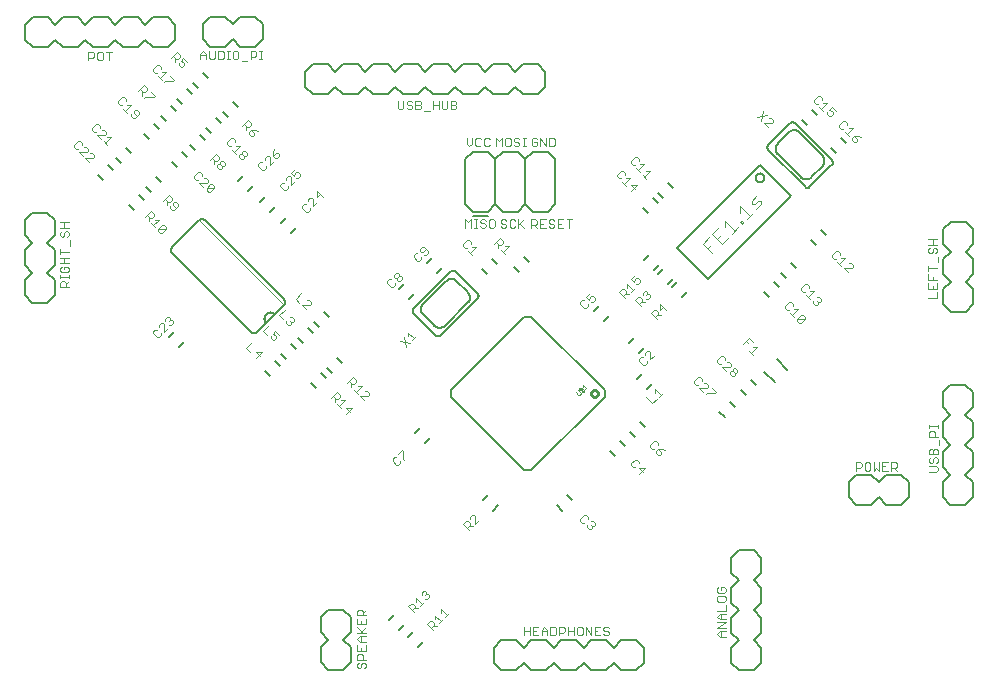
<source format=gto>
G75*
%MOIN*%
%OFA0B0*%
%FSLAX25Y25*%
%IPPOS*%
%LPD*%
%AMOC8*
5,1,8,0,0,1.08239X$1,22.5*
%
%ADD10C,0.00400*%
%ADD11C,0.00600*%
%ADD12C,0.01000*%
%ADD13C,0.00800*%
%ADD14C,0.00100*%
%ADD15C,0.00300*%
%ADD16C,0.00500*%
%ADD17C,0.00200*%
D10*
X0148325Y0046840D02*
X0148792Y0046373D01*
X0149259Y0046373D01*
X0149726Y0046840D01*
X0149726Y0047774D01*
X0150193Y0048241D01*
X0150660Y0048241D01*
X0151127Y0047774D01*
X0151127Y0046840D01*
X0150660Y0046373D01*
X0148325Y0046840D02*
X0148325Y0047774D01*
X0148792Y0048241D01*
X0148325Y0049319D02*
X0148325Y0050721D01*
X0148792Y0051188D01*
X0149726Y0051188D01*
X0150193Y0050721D01*
X0150193Y0049319D01*
X0151127Y0049319D02*
X0148325Y0049319D01*
X0148325Y0052266D02*
X0151127Y0052266D01*
X0151127Y0054134D01*
X0151127Y0055212D02*
X0149259Y0055212D01*
X0148325Y0056147D01*
X0149259Y0057081D01*
X0151127Y0057081D01*
X0151127Y0058159D02*
X0148325Y0058159D01*
X0149726Y0058626D02*
X0151127Y0060027D01*
X0151127Y0061105D02*
X0148325Y0061105D01*
X0148325Y0062974D01*
X0148325Y0064052D02*
X0148325Y0065453D01*
X0148792Y0065920D01*
X0149726Y0065920D01*
X0150193Y0065453D01*
X0150193Y0064052D01*
X0151127Y0064052D02*
X0148325Y0064052D01*
X0150193Y0064986D02*
X0151127Y0065920D01*
X0151127Y0062974D02*
X0151127Y0061105D01*
X0149726Y0061105D02*
X0149726Y0062040D01*
X0148325Y0060027D02*
X0150193Y0058159D01*
X0149726Y0057081D02*
X0149726Y0055212D01*
X0148325Y0054134D02*
X0148325Y0052266D01*
X0149726Y0052266D02*
X0149726Y0053200D01*
X0165266Y0066991D02*
X0167248Y0065009D01*
X0166588Y0065670D02*
X0167578Y0066661D01*
X0167578Y0067321D01*
X0166918Y0067982D01*
X0166257Y0067982D01*
X0165266Y0066991D01*
X0167248Y0066331D02*
X0168569Y0066331D01*
X0169332Y0067093D02*
X0170653Y0068414D01*
X0169992Y0067754D02*
X0168011Y0069735D01*
X0168011Y0068414D01*
X0169764Y0070828D02*
X0169764Y0071488D01*
X0170424Y0072149D01*
X0171085Y0072149D01*
X0171415Y0071819D01*
X0171415Y0071158D01*
X0172076Y0071158D01*
X0172406Y0070828D01*
X0172406Y0070167D01*
X0171745Y0069507D01*
X0171085Y0069507D01*
X0171085Y0070828D02*
X0171415Y0071158D01*
X0176311Y0066070D02*
X0178292Y0064088D01*
X0177632Y0063428D02*
X0178953Y0064749D01*
X0176311Y0064749D02*
X0176311Y0066070D01*
X0174227Y0063987D02*
X0176209Y0062005D01*
X0176869Y0062665D02*
X0175548Y0061344D01*
X0174786Y0060582D02*
X0173465Y0060582D01*
X0173795Y0060912D02*
X0172804Y0059921D01*
X0173465Y0059261D02*
X0171483Y0061242D01*
X0172474Y0062233D01*
X0173135Y0062233D01*
X0173795Y0061573D01*
X0173795Y0060912D01*
X0174227Y0062665D02*
X0174227Y0063987D01*
X0203892Y0060124D02*
X0203892Y0057322D01*
X0203892Y0058723D02*
X0205760Y0058723D01*
X0206838Y0058723D02*
X0207772Y0058723D01*
X0206838Y0057322D02*
X0208706Y0057322D01*
X0209785Y0057322D02*
X0209785Y0059190D01*
X0210719Y0060124D01*
X0211653Y0059190D01*
X0211653Y0057322D01*
X0212731Y0057322D02*
X0214132Y0057322D01*
X0214599Y0057789D01*
X0214599Y0059657D01*
X0214132Y0060124D01*
X0212731Y0060124D01*
X0212731Y0057322D01*
X0211653Y0058723D02*
X0209785Y0058723D01*
X0208706Y0060124D02*
X0206838Y0060124D01*
X0206838Y0057322D01*
X0205760Y0057322D02*
X0205760Y0060124D01*
X0215678Y0060124D02*
X0217079Y0060124D01*
X0217546Y0059657D01*
X0217546Y0058723D01*
X0217079Y0058256D01*
X0215678Y0058256D01*
X0215678Y0057322D02*
X0215678Y0060124D01*
X0218624Y0060124D02*
X0218624Y0057322D01*
X0218624Y0058723D02*
X0220492Y0058723D01*
X0220492Y0060124D02*
X0220492Y0057322D01*
X0221571Y0057789D02*
X0222038Y0057322D01*
X0222972Y0057322D01*
X0223439Y0057789D01*
X0223439Y0059657D01*
X0222972Y0060124D01*
X0222038Y0060124D01*
X0221571Y0059657D01*
X0221571Y0057789D01*
X0224517Y0057322D02*
X0224517Y0060124D01*
X0226385Y0057322D01*
X0226385Y0060124D01*
X0227464Y0060124D02*
X0227464Y0057322D01*
X0229332Y0057322D01*
X0230410Y0057789D02*
X0230877Y0057322D01*
X0231811Y0057322D01*
X0232279Y0057789D01*
X0232279Y0058256D01*
X0231811Y0058723D01*
X0230877Y0058723D01*
X0230410Y0059190D01*
X0230410Y0059657D01*
X0230877Y0060124D01*
X0231811Y0060124D01*
X0232279Y0059657D01*
X0229332Y0060124D02*
X0227464Y0060124D01*
X0227464Y0058723D02*
X0228398Y0058723D01*
X0226152Y0092686D02*
X0225492Y0092686D01*
X0224831Y0093347D01*
X0224831Y0094007D01*
X0224069Y0094770D02*
X0223408Y0094770D01*
X0222748Y0095430D01*
X0222748Y0096091D01*
X0224069Y0097412D01*
X0224729Y0097412D01*
X0225390Y0096752D01*
X0225390Y0096091D01*
X0226152Y0095329D02*
X0226813Y0095329D01*
X0227473Y0094668D01*
X0227473Y0094007D01*
X0227143Y0093677D01*
X0226483Y0093677D01*
X0226483Y0093017D01*
X0226152Y0092686D01*
X0226483Y0093677D02*
X0226152Y0094007D01*
X0242254Y0111256D02*
X0244235Y0113238D01*
X0242254Y0113238D01*
X0243575Y0111917D01*
X0242152Y0114661D02*
X0242152Y0115321D01*
X0241491Y0115982D01*
X0240831Y0115982D01*
X0239510Y0114661D01*
X0239510Y0114000D01*
X0240170Y0113340D01*
X0240831Y0113340D01*
X0246592Y0119569D02*
X0245931Y0120230D01*
X0245931Y0120890D01*
X0247253Y0122211D01*
X0247913Y0122211D01*
X0248574Y0121551D01*
X0248574Y0120890D01*
X0248676Y0119467D02*
X0249666Y0118476D01*
X0249666Y0117816D01*
X0249336Y0117485D01*
X0248676Y0117485D01*
X0248015Y0118146D01*
X0248015Y0118807D01*
X0248676Y0119467D01*
X0249997Y0119467D01*
X0250987Y0119137D01*
X0247253Y0119569D02*
X0246592Y0119569D01*
X0264486Y0137687D02*
X0264816Y0138018D01*
X0267458Y0138018D01*
X0267788Y0138348D01*
X0266467Y0139669D01*
X0265375Y0140101D02*
X0265375Y0140762D01*
X0264714Y0141422D01*
X0264054Y0141422D01*
X0263291Y0142185D02*
X0263291Y0142845D01*
X0262631Y0143506D01*
X0261970Y0143506D01*
X0260649Y0142185D01*
X0260649Y0141524D01*
X0261310Y0140864D01*
X0261970Y0140864D01*
X0262402Y0139771D02*
X0265044Y0139771D01*
X0265375Y0140101D01*
X0263723Y0138450D02*
X0262402Y0139771D01*
X0270028Y0146811D02*
X0272670Y0146811D01*
X0273000Y0147141D01*
X0273000Y0147801D01*
X0272340Y0148462D01*
X0271679Y0148462D01*
X0270917Y0149224D02*
X0270917Y0149885D01*
X0270256Y0150546D01*
X0269596Y0150546D01*
X0268274Y0149224D01*
X0268274Y0148564D01*
X0268935Y0147903D01*
X0269596Y0147903D01*
X0270028Y0146811D02*
X0271349Y0145490D01*
X0272441Y0145057D02*
X0272772Y0145388D01*
X0273432Y0145388D01*
X0274093Y0144727D01*
X0274093Y0144067D01*
X0273763Y0143736D01*
X0273102Y0143736D01*
X0272441Y0144397D01*
X0272441Y0145057D01*
X0273432Y0145388D02*
X0273432Y0146048D01*
X0273763Y0146378D01*
X0274423Y0146378D01*
X0275084Y0145718D01*
X0275084Y0145057D01*
X0274753Y0144727D01*
X0274093Y0144727D01*
X0280380Y0150971D02*
X0279059Y0152292D01*
X0279720Y0151632D02*
X0281702Y0153613D01*
X0280380Y0153613D01*
X0280279Y0155036D02*
X0278957Y0156357D01*
X0276976Y0154376D01*
X0277967Y0155367D02*
X0278627Y0154706D01*
X0292539Y0164684D02*
X0293860Y0163363D01*
X0293200Y0164024D02*
X0295181Y0166005D01*
X0293860Y0166005D01*
X0293428Y0167098D02*
X0293428Y0167759D01*
X0292767Y0168419D01*
X0292107Y0168419D01*
X0290786Y0167098D01*
X0290786Y0166438D01*
X0291446Y0165777D01*
X0292107Y0165777D01*
X0294953Y0162931D02*
X0297595Y0162931D01*
X0296274Y0161610D01*
X0295613Y0161610D01*
X0294953Y0162271D01*
X0294953Y0162931D01*
X0296274Y0164252D01*
X0296934Y0164252D01*
X0297595Y0163592D01*
X0297595Y0162931D01*
X0300962Y0167627D02*
X0300301Y0168288D01*
X0300301Y0168948D01*
X0299209Y0169381D02*
X0297888Y0170702D01*
X0298548Y0170041D02*
X0300530Y0172023D01*
X0299209Y0172023D01*
X0298776Y0173115D02*
X0298776Y0173776D01*
X0298116Y0174436D01*
X0297455Y0174436D01*
X0296134Y0173115D01*
X0296134Y0172455D01*
X0296795Y0171794D01*
X0297455Y0171794D01*
X0301622Y0170269D02*
X0302283Y0170269D01*
X0302943Y0169609D01*
X0302943Y0168948D01*
X0302613Y0168618D01*
X0301953Y0168618D01*
X0301953Y0167958D01*
X0301622Y0167627D01*
X0300962Y0167627D01*
X0301953Y0168618D02*
X0301622Y0168948D01*
X0311807Y0178457D02*
X0310486Y0179778D01*
X0313128Y0179778D01*
X0313459Y0180109D01*
X0313459Y0180769D01*
X0312798Y0181430D01*
X0312137Y0181430D01*
X0311045Y0183183D02*
X0309063Y0181201D01*
X0308403Y0181862D02*
X0309724Y0180541D01*
X0309724Y0183183D02*
X0311045Y0183183D01*
X0309292Y0184276D02*
X0309292Y0184936D01*
X0308631Y0185597D01*
X0307970Y0185597D01*
X0306649Y0184276D01*
X0306649Y0183615D01*
X0307310Y0182955D01*
X0307970Y0182955D01*
X0283018Y0201001D02*
X0283018Y0202086D01*
X0281933Y0202086D01*
X0280848Y0201001D01*
X0279763Y0201001D01*
X0279763Y0202086D01*
X0281391Y0203714D01*
X0283018Y0201001D02*
X0281391Y0199373D01*
X0280306Y0198288D02*
X0278135Y0196118D01*
X0277050Y0195033D02*
X0276508Y0194490D01*
X0275965Y0195033D01*
X0276508Y0195575D01*
X0277050Y0195033D01*
X0275422Y0193405D02*
X0273252Y0191235D01*
X0274337Y0192320D02*
X0271082Y0195575D01*
X0271082Y0193405D01*
X0268911Y0193405D02*
X0266741Y0191235D01*
X0269997Y0187979D01*
X0272167Y0190150D01*
X0269454Y0190692D02*
X0268369Y0189607D01*
X0265656Y0190150D02*
X0263486Y0187979D01*
X0266741Y0184724D01*
X0265113Y0186352D02*
X0266199Y0187437D01*
X0275965Y0198288D02*
X0275965Y0200459D01*
X0279220Y0197203D01*
X0313252Y0222631D02*
X0313913Y0221971D01*
X0314573Y0221971D01*
X0314904Y0222301D01*
X0314904Y0222961D01*
X0313913Y0223952D01*
X0313252Y0223292D01*
X0313252Y0222631D01*
X0313913Y0223952D02*
X0315234Y0223952D01*
X0316225Y0223622D01*
X0313481Y0226366D02*
X0311499Y0224384D01*
X0310839Y0225045D02*
X0312160Y0223724D01*
X0312160Y0226366D02*
X0313481Y0226366D01*
X0311728Y0227459D02*
X0311728Y0228119D01*
X0311067Y0228780D01*
X0310406Y0228780D01*
X0309085Y0227459D01*
X0309085Y0226798D01*
X0309746Y0226138D01*
X0310406Y0226138D01*
X0306127Y0230413D02*
X0305467Y0230413D01*
X0304806Y0231073D01*
X0304806Y0231734D01*
X0305467Y0232394D02*
X0306457Y0232064D01*
X0306788Y0231734D01*
X0306788Y0231073D01*
X0306127Y0230413D01*
X0305467Y0232394D02*
X0306457Y0233385D01*
X0307778Y0232064D01*
X0305034Y0234808D02*
X0303053Y0232826D01*
X0303713Y0232166D02*
X0302392Y0233487D01*
X0301960Y0234580D02*
X0301300Y0234580D01*
X0300639Y0235240D01*
X0300639Y0235901D01*
X0301960Y0237222D01*
X0302621Y0237222D01*
X0303281Y0236561D01*
X0303281Y0235901D01*
X0303713Y0234808D02*
X0305034Y0234808D01*
X0286805Y0229189D02*
X0286805Y0228528D01*
X0286475Y0228198D01*
X0283833Y0228198D01*
X0285154Y0226877D01*
X0286805Y0229189D02*
X0286145Y0229849D01*
X0285484Y0229849D01*
X0285052Y0230942D02*
X0281749Y0230282D01*
X0283070Y0228961D02*
X0283731Y0232263D01*
X0246068Y0212257D02*
X0244087Y0210275D01*
X0244747Y0209615D02*
X0243426Y0210936D01*
X0242664Y0211698D02*
X0241343Y0213019D01*
X0242003Y0212359D02*
X0243985Y0214340D01*
X0242664Y0214340D01*
X0242232Y0215433D02*
X0242232Y0216094D01*
X0241571Y0216754D01*
X0240910Y0216754D01*
X0239589Y0215433D01*
X0239589Y0214773D01*
X0240250Y0214112D01*
X0240910Y0214112D01*
X0237462Y0211643D02*
X0236802Y0212303D01*
X0236141Y0212303D01*
X0234820Y0210982D01*
X0234820Y0210322D01*
X0235481Y0209661D01*
X0236141Y0209661D01*
X0236573Y0208568D02*
X0237894Y0207247D01*
X0237234Y0207908D02*
X0239215Y0209889D01*
X0237894Y0209889D01*
X0237462Y0210982D02*
X0237462Y0211643D01*
X0239648Y0207476D02*
X0240969Y0206155D01*
X0241629Y0207476D02*
X0239648Y0207476D01*
X0241629Y0207476D02*
X0239648Y0205494D01*
X0244747Y0212257D02*
X0246068Y0212257D01*
X0219973Y0196050D02*
X0218105Y0196050D01*
X0219039Y0196050D02*
X0219039Y0193248D01*
X0217026Y0193248D02*
X0215158Y0193248D01*
X0215158Y0196050D01*
X0217026Y0196050D01*
X0216092Y0194649D02*
X0215158Y0194649D01*
X0214080Y0194182D02*
X0214080Y0193715D01*
X0213613Y0193248D01*
X0212679Y0193248D01*
X0212212Y0193715D01*
X0212679Y0194649D02*
X0213613Y0194649D01*
X0214080Y0194182D01*
X0214080Y0195583D02*
X0213613Y0196050D01*
X0212679Y0196050D01*
X0212212Y0195583D01*
X0212212Y0195116D01*
X0212679Y0194649D01*
X0211133Y0193248D02*
X0209265Y0193248D01*
X0209265Y0196050D01*
X0211133Y0196050D01*
X0210199Y0194649D02*
X0209265Y0194649D01*
X0208187Y0194649D02*
X0207720Y0194182D01*
X0206319Y0194182D01*
X0207253Y0194182D02*
X0208187Y0193248D01*
X0208187Y0194649D02*
X0208187Y0195583D01*
X0207720Y0196050D01*
X0206319Y0196050D01*
X0206319Y0193248D01*
X0203959Y0193189D02*
X0202557Y0194590D01*
X0202090Y0194123D02*
X0203959Y0195991D01*
X0202090Y0195991D02*
X0202090Y0193189D01*
X0201012Y0193656D02*
X0200545Y0193189D01*
X0199611Y0193189D01*
X0199144Y0193656D01*
X0199144Y0195524D01*
X0199611Y0195991D01*
X0200545Y0195991D01*
X0201012Y0195524D01*
X0198066Y0195524D02*
X0197599Y0195991D01*
X0196664Y0195991D01*
X0196197Y0195524D01*
X0196197Y0195057D01*
X0196664Y0194590D01*
X0197599Y0194590D01*
X0198066Y0194123D01*
X0198066Y0193656D01*
X0197599Y0193189D01*
X0196664Y0193189D01*
X0196197Y0193656D01*
X0194115Y0193752D02*
X0194115Y0195620D01*
X0193648Y0196087D01*
X0192714Y0196087D01*
X0192247Y0195620D01*
X0192247Y0193752D01*
X0192714Y0193285D01*
X0193648Y0193285D01*
X0194115Y0193752D01*
X0191168Y0193752D02*
X0190701Y0193285D01*
X0189767Y0193285D01*
X0189300Y0193752D01*
X0189767Y0194686D02*
X0189300Y0195153D01*
X0189300Y0195620D01*
X0189767Y0196087D01*
X0190701Y0196087D01*
X0191168Y0195620D01*
X0190701Y0194686D02*
X0191168Y0194219D01*
X0191168Y0193752D01*
X0190701Y0194686D02*
X0189767Y0194686D01*
X0188270Y0193285D02*
X0187336Y0193285D01*
X0187803Y0193285D02*
X0187803Y0196087D01*
X0187336Y0196087D02*
X0188270Y0196087D01*
X0186258Y0196087D02*
X0186258Y0193285D01*
X0184389Y0193285D02*
X0184389Y0196087D01*
X0185323Y0195153D01*
X0186258Y0196087D01*
X0194065Y0187801D02*
X0196047Y0189782D01*
X0197038Y0188792D01*
X0197038Y0188131D01*
X0196377Y0187470D01*
X0195716Y0187470D01*
X0194726Y0188461D01*
X0195386Y0187801D02*
X0195386Y0186480D01*
X0196149Y0185717D02*
X0197470Y0184396D01*
X0196809Y0185057D02*
X0198791Y0187038D01*
X0197470Y0187038D01*
X0187864Y0186768D02*
X0185882Y0184787D01*
X0185221Y0185447D02*
X0186543Y0184126D01*
X0186543Y0186768D02*
X0187864Y0186768D01*
X0186110Y0187861D02*
X0186110Y0188522D01*
X0185450Y0189182D01*
X0184789Y0189182D01*
X0183468Y0187861D01*
X0183468Y0187200D01*
X0184129Y0186540D01*
X0184789Y0186540D01*
X0171824Y0185570D02*
X0170503Y0186891D01*
X0169842Y0186891D01*
X0169182Y0186230D01*
X0169182Y0185570D01*
X0169512Y0185240D01*
X0170173Y0185240D01*
X0171163Y0186230D01*
X0171824Y0185570D02*
X0171824Y0184909D01*
X0171163Y0184249D01*
X0170503Y0184249D01*
X0169740Y0183486D02*
X0169740Y0182826D01*
X0169080Y0182165D01*
X0168419Y0182165D01*
X0167098Y0183486D01*
X0167098Y0184147D01*
X0167759Y0184807D01*
X0168419Y0184807D01*
X0161825Y0178232D02*
X0161164Y0178232D01*
X0160504Y0177572D01*
X0160504Y0176911D01*
X0160834Y0176581D01*
X0161495Y0176581D01*
X0162155Y0177241D01*
X0162816Y0177241D01*
X0163146Y0176911D01*
X0163146Y0176251D01*
X0162486Y0175590D01*
X0161825Y0175590D01*
X0161495Y0175920D01*
X0161495Y0176581D01*
X0162155Y0177241D02*
X0162155Y0177902D01*
X0161825Y0178232D01*
X0159742Y0176149D02*
X0159081Y0176149D01*
X0158420Y0175488D01*
X0158420Y0174828D01*
X0159742Y0173507D01*
X0160402Y0173507D01*
X0161063Y0174167D01*
X0161063Y0174828D01*
X0165239Y0158317D02*
X0167221Y0156336D01*
X0167881Y0156996D02*
X0166560Y0155675D01*
X0165798Y0154913D02*
X0162495Y0155573D01*
X0163816Y0156894D02*
X0164477Y0153592D01*
X0165239Y0156996D02*
X0165239Y0158317D01*
X0148050Y0142337D02*
X0148050Y0141676D01*
X0147389Y0141016D01*
X0146729Y0141016D01*
X0145738Y0142006D01*
X0145078Y0141346D02*
X0147059Y0143327D01*
X0148050Y0142337D01*
X0148482Y0140583D02*
X0149803Y0140583D01*
X0147822Y0138602D01*
X0147161Y0139262D02*
X0148482Y0137941D01*
X0149245Y0137179D02*
X0151887Y0137179D01*
X0152217Y0137509D01*
X0152217Y0138170D01*
X0151556Y0138830D01*
X0150896Y0138830D01*
X0149245Y0137179D02*
X0150566Y0135858D01*
X0146659Y0133266D02*
X0144678Y0133266D01*
X0145999Y0131945D01*
X0144678Y0131285D02*
X0146659Y0133266D01*
X0144245Y0135680D02*
X0142264Y0133698D01*
X0142924Y0133038D02*
X0141603Y0134359D01*
X0140841Y0135121D02*
X0140841Y0136442D01*
X0141171Y0136112D02*
X0140180Y0137103D01*
X0139520Y0136442D02*
X0141501Y0138424D01*
X0142492Y0137433D01*
X0142492Y0136773D01*
X0141832Y0136112D01*
X0141171Y0136112D01*
X0142924Y0135680D02*
X0144245Y0135680D01*
X0146399Y0140025D02*
X0146399Y0141346D01*
X0122404Y0157398D02*
X0121083Y0158719D01*
X0120092Y0157728D01*
X0121083Y0157398D01*
X0121413Y0157067D01*
X0121413Y0156407D01*
X0120752Y0155746D01*
X0120092Y0155746D01*
X0119431Y0156407D01*
X0119431Y0157067D01*
X0118339Y0157500D02*
X0117018Y0158821D01*
X0118999Y0160802D01*
X0122276Y0164003D02*
X0123597Y0162682D01*
X0124690Y0162249D02*
X0124690Y0161589D01*
X0125350Y0160928D01*
X0126011Y0160928D01*
X0126341Y0161259D01*
X0126341Y0161919D01*
X0126011Y0162249D01*
X0126341Y0161919D02*
X0127002Y0161919D01*
X0127332Y0162249D01*
X0127332Y0162910D01*
X0126671Y0163571D01*
X0126011Y0163571D01*
X0124258Y0165984D02*
X0122276Y0164003D01*
X0127762Y0169614D02*
X0129083Y0168293D01*
X0129846Y0167531D02*
X0132488Y0167531D01*
X0132818Y0167861D01*
X0132818Y0168522D01*
X0132158Y0169182D01*
X0131497Y0169182D01*
X0129846Y0167531D02*
X0131167Y0166210D01*
X0127762Y0169614D02*
X0129744Y0171596D01*
X0113400Y0155039D02*
X0111418Y0153057D01*
X0112739Y0151736D01*
X0114492Y0151965D02*
X0115813Y0150644D01*
X0114492Y0149983D02*
X0116474Y0151965D01*
X0114492Y0151965D01*
X0086957Y0161503D02*
X0086296Y0160842D01*
X0085636Y0160842D01*
X0085204Y0159750D02*
X0083883Y0158429D01*
X0083883Y0161071D01*
X0083552Y0161401D01*
X0082892Y0161401D01*
X0082231Y0160741D01*
X0082231Y0160080D01*
X0081469Y0159318D02*
X0080808Y0159318D01*
X0080148Y0158657D01*
X0080148Y0157996D01*
X0081469Y0156675D01*
X0082129Y0156675D01*
X0082790Y0157336D01*
X0082790Y0157996D01*
X0084315Y0162163D02*
X0084315Y0162824D01*
X0084975Y0163485D01*
X0085636Y0163485D01*
X0085966Y0163154D01*
X0085966Y0162494D01*
X0086627Y0162494D01*
X0086957Y0162163D01*
X0086957Y0161503D01*
X0085966Y0162494D02*
X0085636Y0162163D01*
X0052122Y0173534D02*
X0049319Y0173534D01*
X0049319Y0174935D01*
X0049786Y0175402D01*
X0050720Y0175402D01*
X0051187Y0174935D01*
X0051187Y0173534D01*
X0051187Y0174468D02*
X0052122Y0175402D01*
X0052122Y0176481D02*
X0052122Y0177415D01*
X0052122Y0176948D02*
X0049319Y0176948D01*
X0049319Y0176481D02*
X0049319Y0177415D01*
X0049786Y0178445D02*
X0051654Y0178445D01*
X0052122Y0178912D01*
X0052122Y0179846D01*
X0051654Y0180313D01*
X0050720Y0180313D01*
X0050720Y0179379D01*
X0049786Y0178445D02*
X0049319Y0178912D01*
X0049319Y0179846D01*
X0049786Y0180313D01*
X0049319Y0181392D02*
X0052122Y0181392D01*
X0050720Y0181392D02*
X0050720Y0183260D01*
X0049319Y0183260D02*
X0052122Y0183260D01*
X0052122Y0185272D02*
X0049319Y0185272D01*
X0049319Y0184338D02*
X0049319Y0186206D01*
X0052589Y0187285D02*
X0052589Y0189153D01*
X0051654Y0190231D02*
X0052122Y0190698D01*
X0052122Y0191632D01*
X0051654Y0192099D01*
X0051187Y0192099D01*
X0050720Y0191632D01*
X0050720Y0190698D01*
X0050253Y0190231D01*
X0049786Y0190231D01*
X0049319Y0190698D01*
X0049319Y0191632D01*
X0049786Y0192099D01*
X0049319Y0193178D02*
X0052122Y0193178D01*
X0050720Y0193178D02*
X0050720Y0195046D01*
X0049319Y0195046D02*
X0052122Y0195046D01*
X0058998Y0215056D02*
X0057677Y0216377D01*
X0060319Y0216377D01*
X0060649Y0216707D01*
X0060649Y0217368D01*
X0059989Y0218028D01*
X0059328Y0218028D01*
X0058566Y0218791D02*
X0058566Y0219451D01*
X0057905Y0220112D01*
X0057245Y0220112D01*
X0056482Y0220874D02*
X0056482Y0221535D01*
X0055822Y0222195D01*
X0055161Y0222195D01*
X0053840Y0220874D01*
X0053840Y0220214D01*
X0054501Y0219553D01*
X0055161Y0219553D01*
X0055593Y0218460D02*
X0058235Y0218460D01*
X0058566Y0218791D01*
X0056914Y0217139D02*
X0055593Y0218460D01*
X0061680Y0224133D02*
X0064322Y0224133D01*
X0064652Y0224463D01*
X0064652Y0225124D01*
X0063992Y0225784D01*
X0063331Y0225784D01*
X0062569Y0226547D02*
X0062569Y0227207D01*
X0061908Y0227868D01*
X0061248Y0227868D01*
X0059927Y0226547D01*
X0059927Y0225886D01*
X0060587Y0225226D01*
X0061248Y0225226D01*
X0061680Y0224133D02*
X0063001Y0222812D01*
X0063763Y0222050D02*
X0065084Y0220729D01*
X0064424Y0221389D02*
X0066406Y0223371D01*
X0065084Y0223371D01*
X0072786Y0230541D02*
X0073447Y0229880D01*
X0074107Y0229880D01*
X0075428Y0231202D01*
X0075428Y0231862D01*
X0074768Y0232523D01*
X0074107Y0232523D01*
X0073777Y0232192D01*
X0073777Y0231532D01*
X0074768Y0230541D01*
X0072786Y0230541D02*
X0072786Y0231202D01*
X0071694Y0231634D02*
X0070372Y0232955D01*
X0071033Y0232294D02*
X0073015Y0234276D01*
X0071694Y0234276D01*
X0071261Y0235369D02*
X0071261Y0236029D01*
X0070601Y0236690D01*
X0069940Y0236690D01*
X0068619Y0235369D01*
X0068619Y0234708D01*
X0069280Y0234047D01*
X0069940Y0234047D01*
X0081953Y0243884D02*
X0083275Y0242563D01*
X0082614Y0243224D02*
X0084596Y0245205D01*
X0083275Y0245205D01*
X0082842Y0246298D02*
X0082842Y0246958D01*
X0082182Y0247619D01*
X0081521Y0247619D01*
X0080200Y0246298D01*
X0080200Y0245637D01*
X0080861Y0244977D01*
X0081521Y0244977D01*
X0084367Y0242131D02*
X0084037Y0241801D01*
X0084367Y0242131D02*
X0087009Y0242131D01*
X0087340Y0242461D01*
X0086019Y0243782D01*
X0089427Y0246894D02*
X0088766Y0247554D01*
X0088766Y0248215D01*
X0089427Y0248875D02*
X0090417Y0248545D01*
X0090748Y0248215D01*
X0090748Y0247554D01*
X0090087Y0246894D01*
X0089427Y0246894D01*
X0089427Y0248875D02*
X0090417Y0249866D01*
X0091738Y0248545D01*
X0089325Y0250298D02*
X0088664Y0249638D01*
X0088004Y0249638D01*
X0087013Y0250629D01*
X0087673Y0249968D02*
X0087673Y0248647D01*
X0086352Y0249968D02*
X0088334Y0251950D01*
X0089325Y0250959D01*
X0089325Y0250298D01*
X0096073Y0250745D02*
X0097941Y0250745D01*
X0097941Y0251212D02*
X0097941Y0249344D01*
X0099020Y0249811D02*
X0099487Y0249344D01*
X0100421Y0249344D01*
X0100888Y0249811D01*
X0100888Y0252147D01*
X0101966Y0252147D02*
X0103367Y0252147D01*
X0103834Y0251680D01*
X0103834Y0249811D01*
X0103367Y0249344D01*
X0101966Y0249344D01*
X0101966Y0252147D01*
X0099020Y0252147D02*
X0099020Y0249811D01*
X0097941Y0251212D02*
X0097007Y0252147D01*
X0096073Y0251212D01*
X0096073Y0249344D01*
X0104913Y0249344D02*
X0105847Y0249344D01*
X0105380Y0249344D02*
X0105380Y0252147D01*
X0104913Y0252147D02*
X0105847Y0252147D01*
X0106877Y0251680D02*
X0106877Y0249811D01*
X0107344Y0249344D01*
X0108278Y0249344D01*
X0108745Y0249811D01*
X0108745Y0251680D01*
X0108278Y0252147D01*
X0107344Y0252147D01*
X0106877Y0251680D01*
X0109823Y0248877D02*
X0111692Y0248877D01*
X0112770Y0249344D02*
X0112770Y0252147D01*
X0114171Y0252147D01*
X0114638Y0251680D01*
X0114638Y0250745D01*
X0114171Y0250278D01*
X0112770Y0250278D01*
X0115717Y0249344D02*
X0116651Y0249344D01*
X0116184Y0249344D02*
X0116184Y0252147D01*
X0115717Y0252147D02*
X0116651Y0252147D01*
X0111876Y0229024D02*
X0112866Y0228033D01*
X0112866Y0227372D01*
X0112206Y0226712D01*
X0111545Y0226712D01*
X0110554Y0227703D01*
X0109894Y0227042D02*
X0111876Y0229024D01*
X0111215Y0227042D02*
X0111215Y0225721D01*
X0112308Y0225289D02*
X0112308Y0224628D01*
X0112968Y0223968D01*
X0113629Y0223968D01*
X0113959Y0224298D01*
X0113959Y0224959D01*
X0112968Y0225949D01*
X0112308Y0225289D01*
X0112968Y0225949D02*
X0114289Y0225949D01*
X0115280Y0225619D01*
X0109290Y0220597D02*
X0107309Y0218615D01*
X0106648Y0219276D02*
X0107969Y0217954D01*
X0109062Y0217522D02*
X0109392Y0217853D01*
X0110053Y0217853D01*
X0110713Y0217192D01*
X0110713Y0216531D01*
X0110383Y0216201D01*
X0109722Y0216201D01*
X0109062Y0216862D01*
X0109062Y0217522D01*
X0110053Y0217853D02*
X0110053Y0218513D01*
X0110383Y0218843D01*
X0111043Y0218843D01*
X0111704Y0218183D01*
X0111704Y0217522D01*
X0111374Y0217192D01*
X0110713Y0217192D01*
X0109290Y0220597D02*
X0107969Y0220597D01*
X0107537Y0221689D02*
X0107537Y0222350D01*
X0106876Y0223010D01*
X0106216Y0223010D01*
X0104895Y0221689D01*
X0104895Y0221029D01*
X0105555Y0220368D01*
X0106216Y0220368D01*
X0102176Y0216819D02*
X0102176Y0216158D01*
X0101516Y0215498D01*
X0100855Y0215498D01*
X0099864Y0216489D01*
X0099204Y0215828D02*
X0101185Y0217810D01*
X0102176Y0216819D01*
X0102939Y0215396D02*
X0102608Y0215066D01*
X0102608Y0214405D01*
X0103269Y0213745D01*
X0103269Y0213084D01*
X0102939Y0212754D01*
X0102278Y0212754D01*
X0101618Y0213414D01*
X0101618Y0214075D01*
X0101948Y0214405D01*
X0102608Y0214405D01*
X0103269Y0213745D02*
X0103930Y0213745D01*
X0104260Y0214075D01*
X0104260Y0214735D01*
X0103599Y0215396D01*
X0102939Y0215396D01*
X0100525Y0215828D02*
X0100525Y0214507D01*
X0096567Y0211299D02*
X0095907Y0211959D01*
X0095246Y0211959D01*
X0093925Y0210638D01*
X0093925Y0209978D01*
X0094585Y0209317D01*
X0095246Y0209317D01*
X0095678Y0208225D02*
X0098320Y0208225D01*
X0098651Y0208555D01*
X0098651Y0209215D01*
X0097990Y0209876D01*
X0097329Y0209876D01*
X0096567Y0210638D02*
X0096567Y0211299D01*
X0095678Y0208225D02*
X0096999Y0206903D01*
X0098092Y0206471D02*
X0100734Y0206471D01*
X0099413Y0205150D01*
X0098752Y0205150D01*
X0098092Y0205811D01*
X0098092Y0206471D01*
X0099413Y0207792D01*
X0100074Y0207792D01*
X0100734Y0207132D01*
X0100734Y0206471D01*
X0088669Y0200997D02*
X0088008Y0201658D01*
X0087348Y0201658D01*
X0087018Y0201328D01*
X0087018Y0200667D01*
X0088008Y0199676D01*
X0087348Y0199016D02*
X0088669Y0200337D01*
X0088669Y0200997D01*
X0087348Y0199016D02*
X0086687Y0199016D01*
X0086027Y0199676D01*
X0086027Y0200337D01*
X0084934Y0200769D02*
X0084934Y0202090D01*
X0085264Y0201760D02*
X0084274Y0202751D01*
X0083613Y0202090D02*
X0085595Y0204072D01*
X0086585Y0203081D01*
X0086585Y0202420D01*
X0085925Y0201760D01*
X0085264Y0201760D01*
X0080447Y0197732D02*
X0080447Y0197071D01*
X0079787Y0196411D01*
X0079126Y0196411D01*
X0078136Y0197401D01*
X0078796Y0196741D02*
X0078796Y0195420D01*
X0079559Y0194657D02*
X0080880Y0193336D01*
X0080219Y0193997D02*
X0082201Y0195978D01*
X0080880Y0195978D01*
X0080447Y0197732D02*
X0079457Y0198722D01*
X0077475Y0196741D01*
X0081972Y0192904D02*
X0084614Y0192904D01*
X0083293Y0191583D01*
X0082633Y0191583D01*
X0081972Y0192244D01*
X0081972Y0192904D01*
X0083293Y0194225D01*
X0083954Y0194225D01*
X0084614Y0193565D01*
X0084614Y0192904D01*
X0115377Y0213737D02*
X0116698Y0212415D01*
X0117359Y0212415D01*
X0118019Y0213076D01*
X0118019Y0213737D01*
X0119112Y0214169D02*
X0119112Y0216811D01*
X0118782Y0217141D01*
X0118121Y0217141D01*
X0117461Y0216481D01*
X0117461Y0215820D01*
X0116698Y0215058D02*
X0116038Y0215058D01*
X0115377Y0214397D01*
X0115377Y0213737D01*
X0119112Y0214169D02*
X0120433Y0215490D01*
X0120865Y0216582D02*
X0121526Y0216582D01*
X0122186Y0217243D01*
X0122186Y0217904D01*
X0121856Y0218234D01*
X0121196Y0218234D01*
X0120205Y0217243D01*
X0120865Y0216582D01*
X0120205Y0217243D02*
X0120205Y0218564D01*
X0120535Y0219555D01*
X0127715Y0212809D02*
X0126394Y0211488D01*
X0127385Y0210497D01*
X0127715Y0211488D01*
X0128045Y0211818D01*
X0128706Y0211818D01*
X0129366Y0211157D01*
X0129366Y0210497D01*
X0128706Y0209836D01*
X0128045Y0209836D01*
X0127613Y0208744D02*
X0126292Y0207423D01*
X0126292Y0210065D01*
X0125962Y0210395D01*
X0125301Y0210395D01*
X0124641Y0209734D01*
X0124641Y0209074D01*
X0123878Y0208311D02*
X0123218Y0208311D01*
X0122557Y0207651D01*
X0122557Y0206990D01*
X0123878Y0205669D01*
X0124539Y0205669D01*
X0125199Y0206330D01*
X0125199Y0206990D01*
X0132081Y0202655D02*
X0132081Y0201995D01*
X0132081Y0202655D02*
X0132741Y0203316D01*
X0133402Y0203316D01*
X0133732Y0202986D01*
X0133732Y0200343D01*
X0135053Y0201664D01*
X0134825Y0203418D02*
X0136146Y0204739D01*
X0134825Y0205399D02*
X0134825Y0203418D01*
X0136806Y0203418D02*
X0134825Y0205399D01*
X0131318Y0201232D02*
X0130658Y0201232D01*
X0129997Y0200572D01*
X0129997Y0199911D01*
X0131318Y0198590D01*
X0131979Y0198590D01*
X0132639Y0199251D01*
X0132639Y0199911D01*
X0162287Y0232728D02*
X0163222Y0232728D01*
X0163689Y0233195D01*
X0163689Y0235530D01*
X0164767Y0235063D02*
X0164767Y0234596D01*
X0165234Y0234129D01*
X0166168Y0234129D01*
X0166635Y0233662D01*
X0166635Y0233195D01*
X0166168Y0232728D01*
X0165234Y0232728D01*
X0164767Y0233195D01*
X0164767Y0235063D02*
X0165234Y0235530D01*
X0166168Y0235530D01*
X0166635Y0235063D01*
X0167713Y0235530D02*
X0169115Y0235530D01*
X0169582Y0235063D01*
X0169582Y0234596D01*
X0169115Y0234129D01*
X0167713Y0234129D01*
X0167713Y0232728D02*
X0169115Y0232728D01*
X0169582Y0233195D01*
X0169582Y0233662D01*
X0169115Y0234129D01*
X0167713Y0232728D02*
X0167713Y0235530D01*
X0170660Y0232261D02*
X0172528Y0232261D01*
X0173606Y0232728D02*
X0173606Y0235530D01*
X0173606Y0234129D02*
X0175475Y0234129D01*
X0175475Y0235530D02*
X0175475Y0232728D01*
X0176553Y0233195D02*
X0177020Y0232728D01*
X0177954Y0232728D01*
X0178421Y0233195D01*
X0178421Y0235530D01*
X0179499Y0235530D02*
X0180901Y0235530D01*
X0181368Y0235063D01*
X0181368Y0234596D01*
X0180901Y0234129D01*
X0179499Y0234129D01*
X0179499Y0232728D02*
X0180901Y0232728D01*
X0181368Y0233195D01*
X0181368Y0233662D01*
X0180901Y0234129D01*
X0179499Y0232728D02*
X0179499Y0235530D01*
X0176553Y0235530D02*
X0176553Y0233195D01*
X0184796Y0223146D02*
X0184796Y0221277D01*
X0185730Y0220343D01*
X0186664Y0221277D01*
X0186664Y0223146D01*
X0187743Y0222678D02*
X0188210Y0223146D01*
X0189144Y0223146D01*
X0189611Y0222678D01*
X0190689Y0222678D02*
X0190689Y0220810D01*
X0191156Y0220343D01*
X0192090Y0220343D01*
X0192557Y0220810D01*
X0192557Y0222678D02*
X0192090Y0223146D01*
X0191156Y0223146D01*
X0190689Y0222678D01*
X0189611Y0220810D02*
X0189144Y0220343D01*
X0188210Y0220343D01*
X0187743Y0220810D01*
X0187743Y0222678D01*
X0194661Y0223146D02*
X0195595Y0222211D01*
X0196529Y0223146D01*
X0196529Y0220343D01*
X0197607Y0220810D02*
X0198075Y0220343D01*
X0199009Y0220343D01*
X0199476Y0220810D01*
X0199476Y0222678D01*
X0199009Y0223146D01*
X0198075Y0223146D01*
X0197607Y0222678D01*
X0197607Y0220810D01*
X0200554Y0220810D02*
X0201021Y0220343D01*
X0201955Y0220343D01*
X0202422Y0220810D01*
X0202422Y0221277D01*
X0201955Y0221744D01*
X0201021Y0221744D01*
X0200554Y0222211D01*
X0200554Y0222678D01*
X0201021Y0223146D01*
X0201955Y0223146D01*
X0202422Y0222678D01*
X0203501Y0223146D02*
X0204435Y0223146D01*
X0203968Y0223146D02*
X0203968Y0220343D01*
X0203501Y0220343D02*
X0204435Y0220343D01*
X0206458Y0220912D02*
X0206458Y0222780D01*
X0206925Y0223247D01*
X0207859Y0223247D01*
X0208326Y0222780D01*
X0208326Y0221846D02*
X0207392Y0221846D01*
X0208326Y0221846D02*
X0208326Y0220912D01*
X0207859Y0220445D01*
X0206925Y0220445D01*
X0206458Y0220912D01*
X0209405Y0220445D02*
X0209405Y0223247D01*
X0211273Y0220445D01*
X0211273Y0223247D01*
X0212351Y0223247D02*
X0213752Y0223247D01*
X0214219Y0222780D01*
X0214219Y0220912D01*
X0213752Y0220445D01*
X0212351Y0220445D01*
X0212351Y0223247D01*
X0194661Y0223146D02*
X0194661Y0220343D01*
X0162287Y0232728D02*
X0161820Y0233195D01*
X0161820Y0235530D01*
X0238286Y0174630D02*
X0240268Y0172648D01*
X0239607Y0171988D02*
X0240928Y0173309D01*
X0241360Y0174401D02*
X0242021Y0174401D01*
X0242681Y0175062D01*
X0242681Y0175722D01*
X0242021Y0176383D01*
X0241360Y0176383D01*
X0241030Y0176053D01*
X0240700Y0175062D01*
X0239709Y0176053D01*
X0241030Y0177374D01*
X0238286Y0174630D02*
X0238286Y0173309D01*
X0237193Y0172876D02*
X0237854Y0172216D01*
X0237854Y0171555D01*
X0236863Y0170565D01*
X0237524Y0171225D02*
X0238845Y0171225D01*
X0237524Y0169904D02*
X0235542Y0171886D01*
X0236533Y0172876D01*
X0237193Y0172876D01*
X0241017Y0169171D02*
X0242008Y0170162D01*
X0242668Y0170162D01*
X0243329Y0169501D01*
X0243329Y0168840D01*
X0242338Y0167850D01*
X0242998Y0168510D02*
X0244319Y0168510D01*
X0244752Y0169603D02*
X0245412Y0169603D01*
X0246073Y0170263D01*
X0246073Y0170924D01*
X0245742Y0171254D01*
X0245082Y0171254D01*
X0244752Y0170924D01*
X0245082Y0171254D02*
X0245082Y0171915D01*
X0244752Y0172245D01*
X0244091Y0172245D01*
X0243431Y0171584D01*
X0243431Y0170924D01*
X0241017Y0169171D02*
X0242998Y0167189D01*
X0246261Y0164893D02*
X0247251Y0165884D01*
X0247912Y0165884D01*
X0248572Y0165223D01*
X0248572Y0164562D01*
X0247582Y0163572D01*
X0248242Y0164232D02*
X0249563Y0164232D01*
X0249335Y0165985D02*
X0250656Y0167306D01*
X0251317Y0165985D02*
X0249335Y0167967D01*
X0249335Y0165985D01*
X0248242Y0162911D02*
X0246261Y0164893D01*
X0245745Y0152299D02*
X0245085Y0152299D01*
X0244424Y0151638D01*
X0244424Y0150978D01*
X0243662Y0150215D02*
X0243001Y0150215D01*
X0242341Y0149555D01*
X0242341Y0148894D01*
X0243662Y0147573D01*
X0244323Y0147573D01*
X0244983Y0148234D01*
X0244983Y0148894D01*
X0246076Y0149326D02*
X0246076Y0151968D01*
X0245745Y0152299D01*
X0247397Y0150647D02*
X0246076Y0149326D01*
X0226797Y0168455D02*
X0226136Y0168455D01*
X0226797Y0168455D02*
X0227457Y0169115D01*
X0227457Y0169776D01*
X0226797Y0170437D01*
X0226136Y0170437D01*
X0225806Y0170106D01*
X0225476Y0169115D01*
X0224485Y0170106D01*
X0225806Y0171427D01*
X0224053Y0169014D02*
X0223392Y0169014D01*
X0222732Y0168353D01*
X0222732Y0167692D01*
X0224053Y0166371D01*
X0224713Y0166371D01*
X0225374Y0167032D01*
X0225374Y0167692D01*
X0163500Y0118830D02*
X0163500Y0116187D01*
X0163831Y0115857D01*
X0162738Y0115425D02*
X0162738Y0114764D01*
X0162077Y0114104D01*
X0161417Y0114104D01*
X0160096Y0115425D01*
X0160096Y0116086D01*
X0160756Y0116746D01*
X0161417Y0116746D01*
X0161849Y0117839D02*
X0163170Y0119160D01*
X0163500Y0118830D01*
X0185943Y0096783D02*
X0185943Y0096123D01*
X0185943Y0096783D02*
X0186603Y0097444D01*
X0187264Y0097444D01*
X0187594Y0097114D01*
X0187594Y0094471D01*
X0188915Y0095792D01*
X0186832Y0093709D02*
X0185511Y0093709D01*
X0185841Y0094039D02*
X0184850Y0093048D01*
X0185511Y0092388D02*
X0183529Y0094369D01*
X0184520Y0095360D01*
X0185180Y0095360D01*
X0185841Y0094700D01*
X0185841Y0094039D01*
X0314577Y0112283D02*
X0314577Y0115085D01*
X0315978Y0115085D01*
X0316445Y0114618D01*
X0316445Y0113684D01*
X0315978Y0113217D01*
X0314577Y0113217D01*
X0317523Y0112750D02*
X0317523Y0114618D01*
X0317990Y0115085D01*
X0318924Y0115085D01*
X0319391Y0114618D01*
X0319391Y0112750D01*
X0318924Y0112283D01*
X0317990Y0112283D01*
X0317523Y0112750D01*
X0320470Y0112283D02*
X0320470Y0115085D01*
X0322338Y0115085D02*
X0322338Y0112283D01*
X0321404Y0113217D01*
X0320470Y0112283D01*
X0323416Y0112283D02*
X0323416Y0115085D01*
X0325284Y0115085D01*
X0326363Y0115085D02*
X0327764Y0115085D01*
X0328231Y0114618D01*
X0328231Y0113684D01*
X0327764Y0113217D01*
X0326363Y0113217D01*
X0327297Y0113217D02*
X0328231Y0112283D01*
X0326363Y0112283D02*
X0326363Y0115085D01*
X0324350Y0113684D02*
X0323416Y0113684D01*
X0323416Y0112283D02*
X0325284Y0112283D01*
X0338989Y0111859D02*
X0341324Y0111859D01*
X0341791Y0112326D01*
X0341791Y0113260D01*
X0341324Y0113727D01*
X0338989Y0113727D01*
X0339456Y0114806D02*
X0339923Y0114806D01*
X0340390Y0115273D01*
X0340390Y0116207D01*
X0340857Y0116674D01*
X0341324Y0116674D01*
X0341791Y0116207D01*
X0341791Y0115273D01*
X0341324Y0114806D01*
X0339456Y0114806D02*
X0338989Y0115273D01*
X0338989Y0116207D01*
X0339456Y0116674D01*
X0338989Y0117752D02*
X0338989Y0119153D01*
X0339456Y0119620D01*
X0339923Y0119620D01*
X0340390Y0119153D01*
X0340390Y0117752D01*
X0341791Y0117752D02*
X0338989Y0117752D01*
X0340390Y0119153D02*
X0340857Y0119620D01*
X0341324Y0119620D01*
X0341791Y0119153D01*
X0341791Y0117752D01*
X0342258Y0120699D02*
X0342258Y0122567D01*
X0341791Y0123645D02*
X0338989Y0123645D01*
X0338989Y0125046D01*
X0339456Y0125513D01*
X0340390Y0125513D01*
X0340857Y0125046D01*
X0340857Y0123645D01*
X0341791Y0126592D02*
X0341791Y0127526D01*
X0341791Y0127059D02*
X0338989Y0127059D01*
X0338989Y0126592D02*
X0338989Y0127526D01*
X0338720Y0169928D02*
X0341523Y0169928D01*
X0341523Y0171796D01*
X0341523Y0172875D02*
X0341523Y0174743D01*
X0341523Y0175821D02*
X0338720Y0175821D01*
X0338720Y0177689D01*
X0338720Y0178768D02*
X0338720Y0180636D01*
X0338720Y0179702D02*
X0341523Y0179702D01*
X0341990Y0181714D02*
X0341990Y0183583D01*
X0341056Y0184661D02*
X0341523Y0185128D01*
X0341523Y0186062D01*
X0341056Y0186529D01*
X0340589Y0186529D01*
X0340122Y0186062D01*
X0340122Y0185128D01*
X0339655Y0184661D01*
X0339187Y0184661D01*
X0338720Y0185128D01*
X0338720Y0186062D01*
X0339187Y0186529D01*
X0338720Y0187607D02*
X0341523Y0187607D01*
X0340122Y0187607D02*
X0340122Y0189476D01*
X0341523Y0189476D02*
X0338720Y0189476D01*
X0340122Y0176755D02*
X0340122Y0175821D01*
X0338720Y0174743D02*
X0338720Y0172875D01*
X0341523Y0172875D01*
X0340122Y0172875D02*
X0340122Y0173809D01*
X0066505Y0251823D02*
X0064637Y0251823D01*
X0065571Y0251823D02*
X0065571Y0249020D01*
X0063559Y0249488D02*
X0063559Y0251356D01*
X0063092Y0251823D01*
X0062158Y0251823D01*
X0061690Y0251356D01*
X0061690Y0249488D01*
X0062158Y0249020D01*
X0063092Y0249020D01*
X0063559Y0249488D01*
X0060612Y0250422D02*
X0060145Y0249955D01*
X0058744Y0249955D01*
X0058744Y0249020D02*
X0058744Y0251823D01*
X0060145Y0251823D01*
X0060612Y0251356D01*
X0060612Y0250422D01*
D11*
X0086105Y0233698D02*
X0087776Y0232028D01*
X0090060Y0234402D02*
X0088390Y0236073D01*
X0091731Y0239413D02*
X0093401Y0237743D01*
X0095196Y0239883D02*
X0093526Y0241553D01*
X0096866Y0244894D02*
X0098537Y0243223D01*
X0106844Y0235283D02*
X0108515Y0233613D01*
X0105174Y0230272D02*
X0103504Y0231943D01*
X0101381Y0229742D02*
X0103052Y0228072D01*
X0099711Y0224731D02*
X0098041Y0226402D01*
X0096053Y0224222D02*
X0097723Y0222552D01*
X0094382Y0219211D02*
X0092712Y0220882D01*
X0090002Y0218621D02*
X0091672Y0216950D01*
X0088331Y0213610D02*
X0086661Y0215280D01*
X0081168Y0210148D02*
X0082839Y0208477D01*
X0079498Y0205137D02*
X0077828Y0206807D01*
X0075560Y0204057D02*
X0077231Y0202386D01*
X0073890Y0199046D02*
X0072220Y0200716D01*
X0063584Y0209028D02*
X0061914Y0210699D01*
X0065254Y0214039D02*
X0066925Y0212369D01*
X0069529Y0214913D02*
X0067859Y0216583D01*
X0071200Y0219924D02*
X0072870Y0218254D01*
X0078824Y0222961D02*
X0077153Y0224631D01*
X0080494Y0227972D02*
X0082164Y0226302D01*
X0084435Y0228687D02*
X0082765Y0230358D01*
X0108633Y0208718D02*
X0110303Y0210388D01*
X0113644Y0207048D02*
X0111973Y0205377D01*
X0115940Y0201830D02*
X0117610Y0203501D01*
X0120951Y0200160D02*
X0119281Y0198490D01*
X0123013Y0194864D02*
X0124683Y0196535D01*
X0128024Y0193194D02*
X0126353Y0191524D01*
X0123804Y0169510D02*
X0097641Y0195673D01*
X0097586Y0195725D01*
X0097528Y0195775D01*
X0097468Y0195821D01*
X0097405Y0195864D01*
X0097341Y0195905D01*
X0097274Y0195942D01*
X0097206Y0195975D01*
X0097136Y0196005D01*
X0097065Y0196031D01*
X0096993Y0196054D01*
X0096919Y0196073D01*
X0096845Y0196088D01*
X0096770Y0196100D01*
X0096694Y0196108D01*
X0096618Y0196112D01*
X0096542Y0196112D01*
X0096466Y0196108D01*
X0096390Y0196100D01*
X0096315Y0196088D01*
X0096241Y0196073D01*
X0096167Y0196054D01*
X0096095Y0196031D01*
X0096024Y0196005D01*
X0095954Y0195975D01*
X0095886Y0195942D01*
X0095819Y0195905D01*
X0095755Y0195864D01*
X0095692Y0195821D01*
X0095632Y0195775D01*
X0095574Y0195725D01*
X0095519Y0195673D01*
X0095520Y0195673D02*
X0086751Y0186905D01*
X0086699Y0186850D01*
X0086649Y0186792D01*
X0086603Y0186732D01*
X0086560Y0186669D01*
X0086519Y0186605D01*
X0086482Y0186538D01*
X0086449Y0186470D01*
X0086419Y0186400D01*
X0086393Y0186329D01*
X0086370Y0186257D01*
X0086351Y0186183D01*
X0086336Y0186109D01*
X0086324Y0186034D01*
X0086316Y0185958D01*
X0086312Y0185882D01*
X0086312Y0185806D01*
X0086316Y0185730D01*
X0086324Y0185654D01*
X0086336Y0185579D01*
X0086351Y0185505D01*
X0086370Y0185431D01*
X0086393Y0185359D01*
X0086419Y0185288D01*
X0086449Y0185218D01*
X0086482Y0185150D01*
X0086519Y0185083D01*
X0086560Y0185019D01*
X0086603Y0184956D01*
X0086649Y0184896D01*
X0086699Y0184838D01*
X0086751Y0184783D01*
X0112914Y0158620D01*
X0112969Y0158568D01*
X0113027Y0158518D01*
X0113087Y0158472D01*
X0113150Y0158429D01*
X0113214Y0158388D01*
X0113281Y0158351D01*
X0113349Y0158318D01*
X0113419Y0158288D01*
X0113490Y0158262D01*
X0113562Y0158239D01*
X0113636Y0158220D01*
X0113710Y0158205D01*
X0113785Y0158193D01*
X0113861Y0158185D01*
X0113937Y0158181D01*
X0114013Y0158181D01*
X0114089Y0158185D01*
X0114165Y0158193D01*
X0114240Y0158205D01*
X0114314Y0158220D01*
X0114388Y0158239D01*
X0114460Y0158262D01*
X0114531Y0158288D01*
X0114601Y0158318D01*
X0114669Y0158351D01*
X0114736Y0158388D01*
X0114800Y0158429D01*
X0114863Y0158472D01*
X0114923Y0158518D01*
X0114981Y0158568D01*
X0115036Y0158620D01*
X0118006Y0161590D01*
X0120834Y0164419D01*
X0123804Y0167388D01*
X0123856Y0167443D01*
X0123906Y0167501D01*
X0123952Y0167561D01*
X0123995Y0167624D01*
X0124036Y0167688D01*
X0124073Y0167755D01*
X0124106Y0167823D01*
X0124136Y0167893D01*
X0124162Y0167964D01*
X0124185Y0168036D01*
X0124204Y0168110D01*
X0124219Y0168184D01*
X0124231Y0168259D01*
X0124239Y0168335D01*
X0124243Y0168411D01*
X0124243Y0168487D01*
X0124239Y0168563D01*
X0124231Y0168639D01*
X0124219Y0168714D01*
X0124204Y0168788D01*
X0124185Y0168862D01*
X0124162Y0168934D01*
X0124136Y0169005D01*
X0124106Y0169075D01*
X0124073Y0169143D01*
X0124036Y0169210D01*
X0123995Y0169274D01*
X0123952Y0169337D01*
X0123906Y0169397D01*
X0123856Y0169455D01*
X0123804Y0169510D01*
X0120834Y0164418D02*
X0120770Y0164479D01*
X0120704Y0164538D01*
X0120635Y0164593D01*
X0120563Y0164645D01*
X0120489Y0164694D01*
X0120414Y0164740D01*
X0120336Y0164782D01*
X0120256Y0164821D01*
X0120175Y0164856D01*
X0120092Y0164888D01*
X0120009Y0164915D01*
X0119923Y0164940D01*
X0119837Y0164960D01*
X0119750Y0164977D01*
X0119663Y0164989D01*
X0119575Y0164998D01*
X0119486Y0165003D01*
X0119398Y0165004D01*
X0119309Y0165001D01*
X0119221Y0164994D01*
X0119133Y0164983D01*
X0119046Y0164969D01*
X0118960Y0164950D01*
X0118874Y0164928D01*
X0118789Y0164902D01*
X0118706Y0164872D01*
X0118624Y0164839D01*
X0118544Y0164802D01*
X0118465Y0164761D01*
X0118388Y0164717D01*
X0118313Y0164670D01*
X0118241Y0164619D01*
X0118171Y0164566D01*
X0118103Y0164509D01*
X0118037Y0164449D01*
X0117975Y0164387D01*
X0117915Y0164321D01*
X0117858Y0164253D01*
X0117805Y0164183D01*
X0117754Y0164111D01*
X0117707Y0164036D01*
X0117663Y0163959D01*
X0117622Y0163880D01*
X0117585Y0163800D01*
X0117552Y0163718D01*
X0117522Y0163635D01*
X0117496Y0163550D01*
X0117474Y0163464D01*
X0117455Y0163378D01*
X0117441Y0163291D01*
X0117430Y0163203D01*
X0117423Y0163115D01*
X0117420Y0163026D01*
X0117421Y0162938D01*
X0117426Y0162849D01*
X0117435Y0162761D01*
X0117447Y0162674D01*
X0117464Y0162587D01*
X0117484Y0162501D01*
X0117509Y0162415D01*
X0117536Y0162332D01*
X0117568Y0162249D01*
X0117603Y0162168D01*
X0117642Y0162088D01*
X0117684Y0162010D01*
X0117730Y0161935D01*
X0117779Y0161861D01*
X0117831Y0161789D01*
X0117886Y0161720D01*
X0117945Y0161654D01*
X0118006Y0161590D01*
X0126403Y0154435D02*
X0128074Y0152765D01*
X0130113Y0154716D02*
X0128443Y0156386D01*
X0123063Y0151094D02*
X0124733Y0149424D01*
X0122446Y0147171D02*
X0120776Y0148841D01*
X0117435Y0145501D02*
X0119106Y0143830D01*
X0132812Y0141358D02*
X0134482Y0139687D01*
X0137823Y0143028D02*
X0136153Y0144698D01*
X0138299Y0146544D02*
X0139970Y0144873D01*
X0143310Y0148214D02*
X0141640Y0149884D01*
X0133454Y0158057D02*
X0131784Y0159727D01*
X0133836Y0161747D02*
X0135506Y0160076D01*
X0138847Y0163417D02*
X0137177Y0165087D01*
X0162381Y0172713D02*
X0164051Y0174384D01*
X0167392Y0171043D02*
X0165722Y0169373D01*
X0174848Y0178199D02*
X0176518Y0179870D01*
X0173177Y0183210D02*
X0171507Y0181540D01*
X0189932Y0179594D02*
X0191602Y0177924D01*
X0194943Y0181264D02*
X0193273Y0182935D01*
X0200523Y0180106D02*
X0202193Y0178435D01*
X0205534Y0181776D02*
X0203863Y0183446D01*
X0227137Y0165477D02*
X0228807Y0167147D01*
X0232148Y0163807D02*
X0230478Y0162136D01*
X0238830Y0154689D02*
X0240500Y0156360D01*
X0243841Y0153019D02*
X0242170Y0151349D01*
X0243138Y0144352D02*
X0241468Y0142682D01*
X0244808Y0139341D02*
X0246479Y0141011D01*
X0242446Y0128604D02*
X0244116Y0126934D01*
X0240776Y0123593D02*
X0239105Y0125263D01*
X0235871Y0122029D02*
X0237542Y0120359D01*
X0234201Y0117018D02*
X0232531Y0118688D01*
X0218233Y0103998D02*
X0219904Y0102327D01*
X0216563Y0098987D02*
X0214893Y0100657D01*
X0195297Y0100657D02*
X0193627Y0098987D01*
X0190286Y0102327D02*
X0191957Y0103998D01*
X0172542Y0123019D02*
X0170871Y0121349D01*
X0167531Y0124689D02*
X0169201Y0126360D01*
X0090474Y0155172D02*
X0088804Y0153501D01*
X0085463Y0156842D02*
X0087133Y0158512D01*
X0160578Y0064251D02*
X0158907Y0062581D01*
X0162248Y0059240D02*
X0163918Y0060910D01*
X0166902Y0058385D02*
X0165232Y0056714D01*
X0168573Y0053374D02*
X0170243Y0055044D01*
X0269089Y0131927D02*
X0270760Y0130256D01*
X0274100Y0133597D02*
X0272430Y0135267D01*
X0276164Y0139037D02*
X0277834Y0137367D01*
X0281175Y0140708D02*
X0279504Y0142378D01*
X0285477Y0170259D02*
X0283807Y0171929D01*
X0287148Y0175270D02*
X0288818Y0173600D01*
X0291276Y0176439D02*
X0289605Y0178109D01*
X0292946Y0181450D02*
X0294616Y0179779D01*
X0301361Y0187419D02*
X0299690Y0189089D01*
X0303031Y0192430D02*
X0304701Y0190759D01*
X0307941Y0218278D02*
X0306271Y0219948D01*
X0309611Y0223289D02*
X0311282Y0221619D01*
X0301675Y0230949D02*
X0300005Y0232620D01*
X0296664Y0229279D02*
X0298335Y0227609D01*
X0253580Y0206448D02*
X0251910Y0208118D01*
X0248569Y0204777D02*
X0250239Y0203107D01*
X0248601Y0201401D02*
X0246931Y0203072D01*
X0243590Y0199731D02*
X0245260Y0198061D01*
X0245443Y0184273D02*
X0243773Y0182603D01*
X0247113Y0179262D02*
X0248784Y0180932D01*
X0250099Y0179620D02*
X0248429Y0177950D01*
X0251769Y0174609D02*
X0253440Y0176280D01*
X0254768Y0175045D02*
X0253098Y0173374D01*
X0256438Y0170034D02*
X0258109Y0171704D01*
D12*
X0226305Y0137957D02*
X0226307Y0138024D01*
X0226313Y0138090D01*
X0226323Y0138156D01*
X0226337Y0138221D01*
X0226354Y0138285D01*
X0226376Y0138348D01*
X0226401Y0138410D01*
X0226430Y0138470D01*
X0226463Y0138528D01*
X0226498Y0138584D01*
X0226538Y0138638D01*
X0226580Y0138689D01*
X0226625Y0138738D01*
X0226673Y0138784D01*
X0226724Y0138827D01*
X0226777Y0138867D01*
X0226833Y0138904D01*
X0226891Y0138937D01*
X0226950Y0138967D01*
X0227011Y0138993D01*
X0227074Y0139016D01*
X0227138Y0139034D01*
X0227203Y0139049D01*
X0227269Y0139060D01*
X0227335Y0139067D01*
X0227401Y0139070D01*
X0227468Y0139069D01*
X0227534Y0139064D01*
X0227600Y0139055D01*
X0227666Y0139042D01*
X0227730Y0139025D01*
X0227793Y0139005D01*
X0227855Y0138980D01*
X0227916Y0138952D01*
X0227975Y0138921D01*
X0228031Y0138886D01*
X0228086Y0138848D01*
X0228138Y0138806D01*
X0228187Y0138761D01*
X0228234Y0138714D01*
X0228278Y0138664D01*
X0228318Y0138611D01*
X0228356Y0138556D01*
X0228390Y0138499D01*
X0228421Y0138440D01*
X0228448Y0138379D01*
X0228471Y0138317D01*
X0228491Y0138253D01*
X0228507Y0138188D01*
X0228519Y0138123D01*
X0228527Y0138057D01*
X0228531Y0137990D01*
X0228531Y0137924D01*
X0228527Y0137857D01*
X0228519Y0137791D01*
X0228507Y0137726D01*
X0228491Y0137661D01*
X0228471Y0137597D01*
X0228448Y0137535D01*
X0228421Y0137474D01*
X0228390Y0137415D01*
X0228356Y0137358D01*
X0228318Y0137303D01*
X0228278Y0137250D01*
X0228234Y0137200D01*
X0228187Y0137153D01*
X0228138Y0137108D01*
X0228086Y0137066D01*
X0228031Y0137028D01*
X0227974Y0136993D01*
X0227916Y0136962D01*
X0227855Y0136934D01*
X0227793Y0136909D01*
X0227730Y0136889D01*
X0227666Y0136872D01*
X0227600Y0136859D01*
X0227534Y0136850D01*
X0227468Y0136845D01*
X0227401Y0136844D01*
X0227335Y0136847D01*
X0227269Y0136854D01*
X0227203Y0136865D01*
X0227138Y0136880D01*
X0227074Y0136898D01*
X0227011Y0136921D01*
X0226950Y0136947D01*
X0226891Y0136977D01*
X0226833Y0137010D01*
X0226777Y0137047D01*
X0226724Y0137087D01*
X0226673Y0137130D01*
X0226625Y0137176D01*
X0226580Y0137225D01*
X0226538Y0137276D01*
X0226498Y0137330D01*
X0226463Y0137386D01*
X0226430Y0137444D01*
X0226401Y0137504D01*
X0226376Y0137566D01*
X0226354Y0137629D01*
X0226337Y0137693D01*
X0226323Y0137758D01*
X0226313Y0137824D01*
X0226307Y0137890D01*
X0226305Y0137957D01*
D13*
X0136144Y0048365D02*
X0138644Y0045865D01*
X0143644Y0045865D01*
X0146144Y0048365D01*
X0146144Y0053365D01*
X0143644Y0055865D01*
X0146144Y0058365D01*
X0146144Y0063365D01*
X0143644Y0065865D01*
X0138644Y0065865D01*
X0136144Y0063365D01*
X0136144Y0058365D01*
X0138644Y0055865D01*
X0136144Y0053365D01*
X0136144Y0048365D01*
X0193760Y0048189D02*
X0196260Y0045689D01*
X0201260Y0045689D01*
X0203760Y0048189D01*
X0206260Y0045689D01*
X0211260Y0045689D01*
X0213760Y0048189D01*
X0216260Y0045689D01*
X0221260Y0045689D01*
X0223760Y0048189D01*
X0226260Y0045689D01*
X0231260Y0045689D01*
X0233760Y0048189D01*
X0236260Y0045689D01*
X0241260Y0045689D01*
X0243760Y0048189D01*
X0243760Y0053189D01*
X0241260Y0055689D01*
X0236260Y0055689D01*
X0233760Y0053189D01*
X0231260Y0055689D01*
X0226260Y0055689D01*
X0223760Y0053189D01*
X0221260Y0055689D01*
X0216260Y0055689D01*
X0213760Y0053189D01*
X0211260Y0055689D01*
X0206260Y0055689D01*
X0203760Y0053189D01*
X0201260Y0055689D01*
X0196260Y0055689D01*
X0193760Y0053189D01*
X0193760Y0048189D01*
X0272988Y0048205D02*
X0275488Y0045705D01*
X0280488Y0045705D01*
X0282988Y0048205D01*
X0282988Y0053205D01*
X0280488Y0055705D01*
X0282988Y0058205D01*
X0282988Y0063205D01*
X0280488Y0065705D01*
X0282988Y0068205D01*
X0282988Y0073205D01*
X0280488Y0075705D01*
X0282988Y0078205D01*
X0282988Y0083205D01*
X0280488Y0085705D01*
X0275488Y0085705D01*
X0272988Y0083205D01*
X0272988Y0078205D01*
X0275488Y0075705D01*
X0272988Y0073205D01*
X0272988Y0068205D01*
X0275488Y0065705D01*
X0272988Y0063205D01*
X0272988Y0058205D01*
X0275488Y0055705D01*
X0272988Y0053205D01*
X0272988Y0048205D01*
X0314677Y0100853D02*
X0312177Y0103353D01*
X0312177Y0108353D01*
X0314677Y0110853D01*
X0319677Y0110853D01*
X0322177Y0108353D01*
X0324677Y0110853D01*
X0329677Y0110853D01*
X0332177Y0108353D01*
X0332177Y0103353D01*
X0329677Y0100853D01*
X0324677Y0100853D01*
X0322177Y0103353D01*
X0319677Y0100853D01*
X0314677Y0100853D01*
X0343559Y0103475D02*
X0346059Y0100975D01*
X0351059Y0100975D01*
X0353559Y0103475D01*
X0353559Y0108475D01*
X0351059Y0110975D01*
X0353559Y0113475D01*
X0353559Y0118475D01*
X0351059Y0120975D01*
X0353559Y0123475D01*
X0353559Y0128475D01*
X0351059Y0130975D01*
X0353559Y0133475D01*
X0353559Y0138475D01*
X0351059Y0140975D01*
X0346059Y0140975D01*
X0343559Y0138475D01*
X0343559Y0133475D01*
X0346059Y0130975D01*
X0343559Y0128475D01*
X0343559Y0123475D01*
X0346059Y0120975D01*
X0343559Y0118475D01*
X0343559Y0113475D01*
X0346059Y0110975D01*
X0343559Y0108475D01*
X0343559Y0103475D01*
X0291673Y0145964D02*
X0288138Y0149500D01*
X0283895Y0145257D02*
X0287431Y0141722D01*
X0265296Y0176231D02*
X0254996Y0186531D01*
X0282556Y0214092D01*
X0292856Y0203791D01*
X0292801Y0203736D02*
X0265296Y0176231D01*
X0281136Y0209916D02*
X0281138Y0209991D01*
X0281144Y0210066D01*
X0281154Y0210140D01*
X0281168Y0210214D01*
X0281185Y0210287D01*
X0281207Y0210358D01*
X0281232Y0210429D01*
X0281261Y0210498D01*
X0281293Y0210566D01*
X0281329Y0210631D01*
X0281369Y0210695D01*
X0281412Y0210757D01*
X0281458Y0210816D01*
X0281507Y0210873D01*
X0281559Y0210927D01*
X0281613Y0210978D01*
X0281671Y0211026D01*
X0281730Y0211071D01*
X0281793Y0211113D01*
X0281857Y0211152D01*
X0281923Y0211187D01*
X0281991Y0211219D01*
X0282061Y0211247D01*
X0282131Y0211271D01*
X0282204Y0211292D01*
X0282277Y0211308D01*
X0282351Y0211321D01*
X0282425Y0211330D01*
X0282500Y0211335D01*
X0282575Y0211336D01*
X0282650Y0211333D01*
X0282724Y0211326D01*
X0282798Y0211315D01*
X0282872Y0211300D01*
X0282945Y0211282D01*
X0283016Y0211259D01*
X0283086Y0211233D01*
X0283155Y0211203D01*
X0283222Y0211170D01*
X0283288Y0211133D01*
X0283351Y0211093D01*
X0283412Y0211049D01*
X0283470Y0211002D01*
X0283526Y0210953D01*
X0283580Y0210900D01*
X0283630Y0210845D01*
X0283678Y0210787D01*
X0283722Y0210726D01*
X0283763Y0210664D01*
X0283801Y0210599D01*
X0283835Y0210532D01*
X0283866Y0210464D01*
X0283893Y0210394D01*
X0283917Y0210323D01*
X0283936Y0210250D01*
X0283952Y0210177D01*
X0283964Y0210103D01*
X0283972Y0210028D01*
X0283976Y0209953D01*
X0283976Y0209879D01*
X0283972Y0209804D01*
X0283964Y0209729D01*
X0283952Y0209655D01*
X0283936Y0209582D01*
X0283917Y0209509D01*
X0283893Y0209438D01*
X0283866Y0209368D01*
X0283835Y0209300D01*
X0283801Y0209233D01*
X0283763Y0209168D01*
X0283722Y0209106D01*
X0283678Y0209045D01*
X0283630Y0208987D01*
X0283580Y0208932D01*
X0283526Y0208879D01*
X0283470Y0208830D01*
X0283412Y0208783D01*
X0283351Y0208739D01*
X0283288Y0208699D01*
X0283222Y0208662D01*
X0283155Y0208629D01*
X0283086Y0208599D01*
X0283016Y0208573D01*
X0282945Y0208550D01*
X0282872Y0208532D01*
X0282798Y0208517D01*
X0282724Y0208506D01*
X0282650Y0208499D01*
X0282575Y0208496D01*
X0282500Y0208497D01*
X0282425Y0208502D01*
X0282351Y0208511D01*
X0282277Y0208524D01*
X0282204Y0208540D01*
X0282131Y0208561D01*
X0282061Y0208585D01*
X0281991Y0208613D01*
X0281923Y0208645D01*
X0281857Y0208680D01*
X0281793Y0208719D01*
X0281730Y0208761D01*
X0281671Y0208806D01*
X0281613Y0208854D01*
X0281559Y0208905D01*
X0281507Y0208959D01*
X0281458Y0209016D01*
X0281412Y0209075D01*
X0281369Y0209137D01*
X0281329Y0209201D01*
X0281293Y0209266D01*
X0281261Y0209334D01*
X0281232Y0209403D01*
X0281207Y0209474D01*
X0281185Y0209545D01*
X0281168Y0209618D01*
X0281154Y0209692D01*
X0281144Y0209766D01*
X0281138Y0209841D01*
X0281136Y0209916D01*
X0343747Y0192778D02*
X0343747Y0187778D01*
X0346247Y0185278D01*
X0343747Y0182778D01*
X0343747Y0177778D01*
X0346247Y0175278D01*
X0343747Y0172778D01*
X0343747Y0167778D01*
X0346247Y0165278D01*
X0351247Y0165278D01*
X0353747Y0167778D01*
X0353747Y0172778D01*
X0351247Y0175278D01*
X0353747Y0177778D01*
X0353747Y0182778D01*
X0351247Y0185278D01*
X0353747Y0187778D01*
X0353747Y0192778D01*
X0351247Y0195278D01*
X0346247Y0195278D01*
X0343747Y0192778D01*
X0230758Y0139070D02*
X0230758Y0136843D01*
X0206260Y0112345D01*
X0204033Y0112345D01*
X0179535Y0136843D01*
X0179535Y0139070D01*
X0204033Y0163568D01*
X0206260Y0163568D01*
X0230758Y0139070D01*
X0211817Y0198577D02*
X0206817Y0198577D01*
X0204317Y0201077D01*
X0204317Y0216077D01*
X0206817Y0218577D01*
X0211817Y0218577D01*
X0214317Y0216077D01*
X0214317Y0201077D01*
X0211817Y0198577D01*
X0204317Y0201077D02*
X0201817Y0198577D01*
X0196817Y0198577D01*
X0194317Y0201077D01*
X0194317Y0216077D01*
X0196817Y0218577D01*
X0201817Y0218577D01*
X0204317Y0216077D01*
X0194317Y0216077D02*
X0191817Y0218577D01*
X0186817Y0218577D01*
X0184317Y0216077D01*
X0184317Y0201077D01*
X0186817Y0198577D01*
X0191817Y0198577D01*
X0194317Y0201077D01*
X0191817Y0197258D02*
X0186817Y0197258D01*
X0188427Y0237802D02*
X0183427Y0237802D01*
X0180927Y0240302D01*
X0178427Y0237802D01*
X0173427Y0237802D01*
X0170927Y0240302D01*
X0168427Y0237802D01*
X0163427Y0237802D01*
X0160927Y0240302D01*
X0158427Y0237802D01*
X0153427Y0237802D01*
X0150927Y0240302D01*
X0148427Y0237802D01*
X0143427Y0237802D01*
X0140927Y0240302D01*
X0138427Y0237802D01*
X0133427Y0237802D01*
X0130927Y0240302D01*
X0130927Y0245302D01*
X0133427Y0247802D01*
X0138427Y0247802D01*
X0140927Y0245302D01*
X0143427Y0247802D01*
X0148427Y0247802D01*
X0150927Y0245302D01*
X0153427Y0247802D01*
X0158427Y0247802D01*
X0160927Y0245302D01*
X0163427Y0247802D01*
X0168427Y0247802D01*
X0170927Y0245302D01*
X0173427Y0247802D01*
X0178427Y0247802D01*
X0180927Y0245302D01*
X0183427Y0247802D01*
X0188427Y0247802D01*
X0190927Y0245302D01*
X0193427Y0247802D01*
X0198427Y0247802D01*
X0200927Y0245302D01*
X0203427Y0247802D01*
X0208427Y0247802D01*
X0210927Y0245302D01*
X0210927Y0240302D01*
X0208427Y0237802D01*
X0203427Y0237802D01*
X0200927Y0240302D01*
X0198427Y0237802D01*
X0193427Y0237802D01*
X0190927Y0240302D01*
X0188427Y0237802D01*
X0116904Y0255995D02*
X0114404Y0253495D01*
X0109404Y0253495D01*
X0106904Y0255995D01*
X0104404Y0253495D01*
X0099404Y0253495D01*
X0096904Y0255995D01*
X0096904Y0260995D01*
X0099404Y0263495D01*
X0104404Y0263495D01*
X0106904Y0260995D01*
X0109404Y0263495D01*
X0114404Y0263495D01*
X0116904Y0260995D01*
X0116904Y0255995D01*
X0087604Y0255947D02*
X0085104Y0253447D01*
X0080104Y0253447D01*
X0077604Y0255947D01*
X0075104Y0253447D01*
X0070104Y0253447D01*
X0067604Y0255947D01*
X0065104Y0253447D01*
X0060104Y0253447D01*
X0057604Y0255947D01*
X0055104Y0253447D01*
X0050104Y0253447D01*
X0047604Y0255947D01*
X0045104Y0253447D01*
X0040104Y0253447D01*
X0037604Y0255947D01*
X0037604Y0260947D01*
X0040104Y0263447D01*
X0045104Y0263447D01*
X0047604Y0260947D01*
X0050104Y0263447D01*
X0055104Y0263447D01*
X0057604Y0260947D01*
X0060104Y0263447D01*
X0065104Y0263447D01*
X0067604Y0260947D01*
X0070104Y0263447D01*
X0075104Y0263447D01*
X0077604Y0260947D01*
X0080104Y0263447D01*
X0085104Y0263447D01*
X0087604Y0260947D01*
X0087604Y0255947D01*
X0045084Y0198258D02*
X0040084Y0198258D01*
X0037584Y0195758D01*
X0037584Y0190758D01*
X0040084Y0188258D01*
X0037584Y0185758D01*
X0037584Y0180758D01*
X0040084Y0178258D01*
X0037584Y0175758D01*
X0037584Y0170758D01*
X0040084Y0168258D01*
X0045084Y0168258D01*
X0047584Y0170758D01*
X0047584Y0175758D01*
X0045084Y0178258D01*
X0047584Y0180758D01*
X0047584Y0185758D01*
X0045084Y0188258D01*
X0047584Y0190758D01*
X0047584Y0195758D01*
X0045084Y0198258D01*
D14*
X0221183Y0138368D02*
X0222067Y0137483D01*
X0222421Y0137483D01*
X0222775Y0137837D01*
X0222775Y0138191D01*
X0221891Y0139075D01*
X0222402Y0139233D02*
X0222402Y0139586D01*
X0222755Y0139940D01*
X0223109Y0139940D01*
X0223620Y0140097D02*
X0223620Y0140805D01*
X0224682Y0139744D01*
X0225036Y0140097D02*
X0224328Y0139390D01*
X0223817Y0139233D02*
X0223640Y0139409D01*
X0223286Y0139409D01*
X0222932Y0139056D01*
X0222578Y0139056D01*
X0222402Y0139233D01*
X0222402Y0139940D02*
X0223817Y0138525D01*
X0223817Y0138879D02*
X0223817Y0139233D01*
X0223817Y0138879D02*
X0223463Y0138525D01*
X0223109Y0138525D01*
D15*
X0244681Y0136851D02*
X0246733Y0134799D01*
X0248102Y0136167D01*
X0248817Y0136882D02*
X0250185Y0138250D01*
X0249501Y0137566D02*
X0247449Y0139619D01*
X0247449Y0138250D01*
X0268708Y0073456D02*
X0268224Y0072973D01*
X0268224Y0072005D01*
X0268708Y0071521D01*
X0270643Y0071521D01*
X0271127Y0072005D01*
X0271127Y0072973D01*
X0270643Y0073456D01*
X0269675Y0073456D01*
X0269675Y0072489D01*
X0268708Y0070510D02*
X0268224Y0070026D01*
X0268224Y0069059D01*
X0268708Y0068575D01*
X0270643Y0068575D01*
X0271127Y0069059D01*
X0271127Y0070026D01*
X0270643Y0070510D01*
X0268708Y0070510D01*
X0271127Y0067563D02*
X0271127Y0065628D01*
X0268224Y0065628D01*
X0269192Y0064617D02*
X0271127Y0064617D01*
X0269675Y0064617D02*
X0269675Y0062682D01*
X0269192Y0062682D02*
X0268224Y0063649D01*
X0269192Y0064617D01*
X0269192Y0062682D02*
X0271127Y0062682D01*
X0271127Y0061670D02*
X0268224Y0061670D01*
X0268224Y0059735D02*
X0271127Y0061670D01*
X0271127Y0059735D02*
X0268224Y0059735D01*
X0269192Y0058724D02*
X0271127Y0058724D01*
X0269675Y0058724D02*
X0269675Y0056789D01*
X0269192Y0056789D02*
X0268224Y0057756D01*
X0269192Y0058724D01*
X0269192Y0056789D02*
X0271127Y0056789D01*
X0080813Y0237281D02*
X0080471Y0236939D01*
X0077734Y0236939D01*
X0077392Y0236597D01*
X0076677Y0237312D02*
X0076677Y0238681D01*
X0077019Y0238338D02*
X0075993Y0239365D01*
X0075309Y0238681D02*
X0077361Y0240733D01*
X0078387Y0239707D01*
X0078387Y0239023D01*
X0077703Y0238338D01*
X0077019Y0238338D01*
X0079444Y0238649D02*
X0080813Y0237281D01*
D16*
X0167118Y0166341D02*
X0179463Y0178686D01*
X0179522Y0178727D01*
X0179583Y0178765D01*
X0179645Y0178799D01*
X0179710Y0178830D01*
X0179776Y0178858D01*
X0179844Y0178881D01*
X0179913Y0178901D01*
X0179983Y0178918D01*
X0180054Y0178930D01*
X0180125Y0178939D01*
X0180196Y0178944D01*
X0180268Y0178945D01*
X0180340Y0178942D01*
X0180411Y0178935D01*
X0180482Y0178924D01*
X0180553Y0178910D01*
X0180622Y0178892D01*
X0180690Y0178870D01*
X0180757Y0178844D01*
X0180823Y0178815D01*
X0180887Y0178782D01*
X0180949Y0178746D01*
X0181009Y0178706D01*
X0181066Y0178664D01*
X0181122Y0178618D01*
X0181174Y0178569D01*
X0181224Y0178518D01*
X0181272Y0178464D01*
X0181316Y0178407D01*
X0188536Y0171187D01*
X0188576Y0171145D01*
X0188612Y0171101D01*
X0188646Y0171054D01*
X0188676Y0171005D01*
X0188703Y0170954D01*
X0188727Y0170902D01*
X0188747Y0170848D01*
X0188764Y0170793D01*
X0188777Y0170737D01*
X0188786Y0170680D01*
X0188792Y0170623D01*
X0188794Y0170565D01*
X0188792Y0170507D01*
X0188786Y0170450D01*
X0188777Y0170393D01*
X0188764Y0170337D01*
X0188747Y0170282D01*
X0188727Y0170228D01*
X0188703Y0170176D01*
X0188676Y0170125D01*
X0188646Y0170076D01*
X0188612Y0170029D01*
X0188576Y0169985D01*
X0188536Y0169943D01*
X0188536Y0169942D02*
X0176120Y0157525D01*
X0176119Y0157526D02*
X0176069Y0157478D01*
X0176015Y0157433D01*
X0175959Y0157391D01*
X0175901Y0157352D01*
X0175841Y0157316D01*
X0175779Y0157284D01*
X0175715Y0157256D01*
X0175650Y0157231D01*
X0175584Y0157210D01*
X0175516Y0157192D01*
X0175448Y0157179D01*
X0175378Y0157169D01*
X0175309Y0157163D01*
X0175239Y0157161D01*
X0175169Y0157163D01*
X0175100Y0157169D01*
X0175030Y0157179D01*
X0174962Y0157192D01*
X0174894Y0157210D01*
X0174828Y0157231D01*
X0174763Y0157256D01*
X0174699Y0157284D01*
X0174637Y0157316D01*
X0174577Y0157352D01*
X0174519Y0157391D01*
X0174463Y0157433D01*
X0174409Y0157478D01*
X0174359Y0157526D01*
X0174359Y0157525D02*
X0167397Y0164488D01*
X0167340Y0164532D01*
X0167286Y0164580D01*
X0167235Y0164630D01*
X0167186Y0164682D01*
X0167140Y0164738D01*
X0167098Y0164795D01*
X0167058Y0164855D01*
X0167022Y0164917D01*
X0166989Y0164981D01*
X0166960Y0165047D01*
X0166934Y0165114D01*
X0166912Y0165182D01*
X0166894Y0165251D01*
X0166880Y0165322D01*
X0166869Y0165393D01*
X0166862Y0165464D01*
X0166859Y0165536D01*
X0166860Y0165608D01*
X0166865Y0165679D01*
X0166874Y0165750D01*
X0166886Y0165821D01*
X0166903Y0165891D01*
X0166923Y0165960D01*
X0166946Y0166028D01*
X0166974Y0166094D01*
X0167005Y0166159D01*
X0167039Y0166221D01*
X0167077Y0166282D01*
X0167118Y0166341D01*
X0169950Y0164718D02*
X0173847Y0160821D01*
X0173915Y0160746D01*
X0173985Y0160673D01*
X0174057Y0160603D01*
X0174133Y0160537D01*
X0174211Y0160473D01*
X0174291Y0160412D01*
X0174374Y0160355D01*
X0174459Y0160301D01*
X0174546Y0160250D01*
X0174635Y0160203D01*
X0174726Y0160159D01*
X0174818Y0160119D01*
X0174912Y0160082D01*
X0175007Y0160049D01*
X0175104Y0160020D01*
X0175201Y0159995D01*
X0175300Y0159973D01*
X0175399Y0159956D01*
X0175499Y0159942D01*
X0175599Y0159933D01*
X0175700Y0159927D01*
X0175800Y0159925D01*
X0175901Y0159927D01*
X0176002Y0159933D01*
X0176102Y0159943D01*
X0176202Y0159957D01*
X0176301Y0159975D01*
X0176399Y0159997D01*
X0176497Y0160023D01*
X0176593Y0160052D01*
X0176688Y0160085D01*
X0176782Y0160122D01*
X0176874Y0160162D01*
X0176965Y0160207D01*
X0177054Y0160254D01*
X0177141Y0160305D01*
X0177225Y0160360D01*
X0177308Y0160418D01*
X0177388Y0160478D01*
X0177466Y0160543D01*
X0185261Y0168338D01*
X0185327Y0168406D01*
X0185390Y0168478D01*
X0185450Y0168551D01*
X0185507Y0168627D01*
X0185562Y0168706D01*
X0185612Y0168786D01*
X0185660Y0168868D01*
X0185704Y0168953D01*
X0185745Y0169039D01*
X0185782Y0169126D01*
X0185816Y0169215D01*
X0185846Y0169305D01*
X0185873Y0169397D01*
X0185895Y0169489D01*
X0185914Y0169582D01*
X0185930Y0169676D01*
X0185941Y0169771D01*
X0185949Y0169865D01*
X0185953Y0169960D01*
X0185953Y0170056D01*
X0185949Y0170151D01*
X0185941Y0170245D01*
X0185930Y0170340D01*
X0185914Y0170434D01*
X0185895Y0170527D01*
X0185873Y0170619D01*
X0185846Y0170711D01*
X0185816Y0170801D01*
X0185782Y0170890D01*
X0185745Y0170977D01*
X0185704Y0171063D01*
X0185660Y0171148D01*
X0185612Y0171230D01*
X0185562Y0171310D01*
X0185507Y0171389D01*
X0185450Y0171465D01*
X0185390Y0171538D01*
X0185327Y0171610D01*
X0185261Y0171678D01*
X0181364Y0175576D01*
X0181365Y0175576D02*
X0181289Y0175639D01*
X0181210Y0175698D01*
X0181130Y0175755D01*
X0181047Y0175808D01*
X0180963Y0175858D01*
X0180877Y0175905D01*
X0180788Y0175949D01*
X0180699Y0175989D01*
X0180607Y0176026D01*
X0180515Y0176059D01*
X0180421Y0176089D01*
X0180326Y0176115D01*
X0180231Y0176137D01*
X0180134Y0176156D01*
X0180037Y0176171D01*
X0179939Y0176182D01*
X0179841Y0176190D01*
X0179743Y0176194D01*
X0179644Y0176194D01*
X0179546Y0176190D01*
X0179448Y0176182D01*
X0179350Y0176171D01*
X0179253Y0176156D01*
X0179157Y0176137D01*
X0179061Y0176115D01*
X0178966Y0176089D01*
X0178872Y0176059D01*
X0178780Y0176026D01*
X0178689Y0175989D01*
X0178599Y0175949D01*
X0178511Y0175905D01*
X0178424Y0175858D01*
X0178340Y0175808D01*
X0178257Y0175754D01*
X0178177Y0175698D01*
X0178099Y0175638D01*
X0178023Y0175576D01*
X0177949Y0175510D01*
X0177879Y0175442D01*
X0177810Y0175371D01*
X0177745Y0175298D01*
X0177745Y0175297D02*
X0170228Y0167781D01*
X0170228Y0167780D02*
X0170159Y0167720D01*
X0170092Y0167656D01*
X0170027Y0167590D01*
X0169966Y0167521D01*
X0169908Y0167449D01*
X0169852Y0167376D01*
X0169800Y0167299D01*
X0169751Y0167221D01*
X0169706Y0167141D01*
X0169664Y0167059D01*
X0169625Y0166975D01*
X0169590Y0166889D01*
X0169559Y0166802D01*
X0169532Y0166714D01*
X0169508Y0166625D01*
X0169488Y0166535D01*
X0169472Y0166444D01*
X0169460Y0166353D01*
X0169451Y0166261D01*
X0169447Y0166169D01*
X0169446Y0166076D01*
X0169450Y0165984D01*
X0169457Y0165892D01*
X0169468Y0165801D01*
X0169483Y0165709D01*
X0169502Y0165619D01*
X0169525Y0165530D01*
X0169551Y0165441D01*
X0169582Y0165354D01*
X0169616Y0165268D01*
X0169653Y0165184D01*
X0169694Y0165101D01*
X0169739Y0165021D01*
X0169787Y0164942D01*
X0169838Y0164865D01*
X0169892Y0164790D01*
X0169950Y0164718D01*
X0285416Y0219188D02*
X0297832Y0206771D01*
X0297833Y0206772D02*
X0297875Y0206732D01*
X0297919Y0206696D01*
X0297966Y0206662D01*
X0298015Y0206632D01*
X0298066Y0206605D01*
X0298118Y0206581D01*
X0298172Y0206561D01*
X0298227Y0206544D01*
X0298283Y0206531D01*
X0298340Y0206522D01*
X0298397Y0206516D01*
X0298455Y0206514D01*
X0298513Y0206516D01*
X0298570Y0206522D01*
X0298627Y0206531D01*
X0298683Y0206544D01*
X0298738Y0206561D01*
X0298792Y0206581D01*
X0298844Y0206605D01*
X0298895Y0206632D01*
X0298944Y0206662D01*
X0298991Y0206696D01*
X0299035Y0206732D01*
X0299077Y0206772D01*
X0299077Y0206771D02*
X0306298Y0213992D01*
X0306297Y0213991D02*
X0306354Y0214035D01*
X0306408Y0214083D01*
X0306459Y0214133D01*
X0306508Y0214185D01*
X0306554Y0214241D01*
X0306596Y0214298D01*
X0306636Y0214358D01*
X0306672Y0214420D01*
X0306705Y0214484D01*
X0306734Y0214550D01*
X0306760Y0214617D01*
X0306782Y0214685D01*
X0306800Y0214754D01*
X0306814Y0214825D01*
X0306825Y0214896D01*
X0306832Y0214967D01*
X0306835Y0215039D01*
X0306834Y0215111D01*
X0306829Y0215182D01*
X0306820Y0215253D01*
X0306808Y0215324D01*
X0306791Y0215394D01*
X0306771Y0215463D01*
X0306748Y0215531D01*
X0306720Y0215597D01*
X0306689Y0215662D01*
X0306655Y0215724D01*
X0306617Y0215785D01*
X0306576Y0215844D01*
X0306576Y0215845D02*
X0294231Y0228190D01*
X0294172Y0228231D01*
X0294111Y0228269D01*
X0294049Y0228303D01*
X0293984Y0228334D01*
X0293918Y0228362D01*
X0293850Y0228385D01*
X0293781Y0228405D01*
X0293711Y0228422D01*
X0293640Y0228434D01*
X0293569Y0228443D01*
X0293498Y0228448D01*
X0293426Y0228449D01*
X0293354Y0228446D01*
X0293283Y0228439D01*
X0293212Y0228428D01*
X0293141Y0228414D01*
X0293072Y0228396D01*
X0293004Y0228374D01*
X0292937Y0228348D01*
X0292871Y0228319D01*
X0292807Y0228286D01*
X0292745Y0228250D01*
X0292685Y0228210D01*
X0292628Y0228168D01*
X0292572Y0228122D01*
X0292520Y0228073D01*
X0292470Y0228022D01*
X0292422Y0227968D01*
X0292378Y0227911D01*
X0285416Y0220949D01*
X0285416Y0220948D02*
X0285368Y0220898D01*
X0285323Y0220844D01*
X0285281Y0220788D01*
X0285242Y0220730D01*
X0285206Y0220670D01*
X0285174Y0220608D01*
X0285146Y0220544D01*
X0285121Y0220479D01*
X0285100Y0220413D01*
X0285082Y0220345D01*
X0285069Y0220277D01*
X0285059Y0220207D01*
X0285053Y0220138D01*
X0285051Y0220068D01*
X0285053Y0219998D01*
X0285059Y0219929D01*
X0285069Y0219859D01*
X0285082Y0219791D01*
X0285100Y0219723D01*
X0285121Y0219657D01*
X0285146Y0219592D01*
X0285174Y0219528D01*
X0285206Y0219466D01*
X0285242Y0219406D01*
X0285281Y0219348D01*
X0285323Y0219292D01*
X0285368Y0219238D01*
X0285416Y0219188D01*
X0288433Y0217841D02*
X0296228Y0210046D01*
X0296228Y0210047D02*
X0296296Y0209981D01*
X0296368Y0209918D01*
X0296441Y0209858D01*
X0296517Y0209801D01*
X0296596Y0209746D01*
X0296676Y0209696D01*
X0296758Y0209648D01*
X0296843Y0209604D01*
X0296929Y0209563D01*
X0297016Y0209526D01*
X0297105Y0209492D01*
X0297195Y0209462D01*
X0297287Y0209435D01*
X0297379Y0209413D01*
X0297472Y0209394D01*
X0297566Y0209378D01*
X0297661Y0209367D01*
X0297755Y0209359D01*
X0297850Y0209355D01*
X0297946Y0209355D01*
X0298041Y0209359D01*
X0298135Y0209367D01*
X0298230Y0209378D01*
X0298324Y0209394D01*
X0298417Y0209413D01*
X0298509Y0209435D01*
X0298601Y0209462D01*
X0298691Y0209492D01*
X0298780Y0209526D01*
X0298867Y0209563D01*
X0298953Y0209604D01*
X0299038Y0209648D01*
X0299120Y0209696D01*
X0299200Y0209746D01*
X0299279Y0209801D01*
X0299355Y0209858D01*
X0299428Y0209918D01*
X0299500Y0209981D01*
X0299568Y0210047D01*
X0299568Y0210046D02*
X0303466Y0213944D01*
X0303466Y0213943D02*
X0303529Y0214019D01*
X0303588Y0214098D01*
X0303645Y0214178D01*
X0303698Y0214261D01*
X0303748Y0214345D01*
X0303795Y0214431D01*
X0303839Y0214520D01*
X0303879Y0214609D01*
X0303916Y0214701D01*
X0303949Y0214793D01*
X0303979Y0214887D01*
X0304005Y0214982D01*
X0304027Y0215077D01*
X0304046Y0215174D01*
X0304061Y0215271D01*
X0304072Y0215369D01*
X0304080Y0215467D01*
X0304084Y0215565D01*
X0304084Y0215664D01*
X0304080Y0215762D01*
X0304072Y0215860D01*
X0304061Y0215958D01*
X0304046Y0216055D01*
X0304027Y0216151D01*
X0304005Y0216247D01*
X0303979Y0216342D01*
X0303949Y0216436D01*
X0303916Y0216528D01*
X0303879Y0216619D01*
X0303839Y0216709D01*
X0303795Y0216797D01*
X0303748Y0216884D01*
X0303698Y0216968D01*
X0303644Y0217051D01*
X0303588Y0217131D01*
X0303528Y0217209D01*
X0303466Y0217285D01*
X0303400Y0217359D01*
X0303332Y0217429D01*
X0303261Y0217498D01*
X0303188Y0217563D01*
X0303187Y0217563D02*
X0295671Y0225079D01*
X0295611Y0225148D01*
X0295547Y0225215D01*
X0295481Y0225280D01*
X0295412Y0225341D01*
X0295340Y0225399D01*
X0295267Y0225455D01*
X0295190Y0225507D01*
X0295112Y0225556D01*
X0295032Y0225601D01*
X0294950Y0225643D01*
X0294866Y0225682D01*
X0294780Y0225717D01*
X0294693Y0225748D01*
X0294605Y0225775D01*
X0294516Y0225799D01*
X0294426Y0225819D01*
X0294335Y0225835D01*
X0294244Y0225847D01*
X0294152Y0225856D01*
X0294060Y0225860D01*
X0293967Y0225861D01*
X0293875Y0225857D01*
X0293783Y0225850D01*
X0293692Y0225839D01*
X0293600Y0225824D01*
X0293510Y0225805D01*
X0293421Y0225782D01*
X0293332Y0225756D01*
X0293245Y0225725D01*
X0293159Y0225691D01*
X0293075Y0225654D01*
X0292992Y0225613D01*
X0292912Y0225568D01*
X0292833Y0225520D01*
X0292756Y0225469D01*
X0292681Y0225415D01*
X0292609Y0225357D01*
X0292609Y0225358D02*
X0288711Y0221460D01*
X0288712Y0221461D02*
X0288637Y0221393D01*
X0288564Y0221323D01*
X0288494Y0221251D01*
X0288428Y0221175D01*
X0288364Y0221097D01*
X0288303Y0221017D01*
X0288246Y0220934D01*
X0288192Y0220849D01*
X0288141Y0220762D01*
X0288094Y0220673D01*
X0288050Y0220582D01*
X0288010Y0220490D01*
X0287973Y0220396D01*
X0287940Y0220301D01*
X0287911Y0220204D01*
X0287886Y0220107D01*
X0287864Y0220008D01*
X0287847Y0219909D01*
X0287833Y0219809D01*
X0287824Y0219709D01*
X0287818Y0219608D01*
X0287816Y0219508D01*
X0287818Y0219407D01*
X0287824Y0219306D01*
X0287834Y0219206D01*
X0287848Y0219106D01*
X0287866Y0219007D01*
X0287888Y0218909D01*
X0287914Y0218811D01*
X0287943Y0218715D01*
X0287976Y0218620D01*
X0288013Y0218526D01*
X0288053Y0218434D01*
X0288098Y0218343D01*
X0288145Y0218254D01*
X0288196Y0218167D01*
X0288251Y0218083D01*
X0288309Y0218000D01*
X0288369Y0217920D01*
X0288434Y0217842D01*
D17*
X0123875Y0167459D02*
X0095590Y0195743D01*
M02*

</source>
